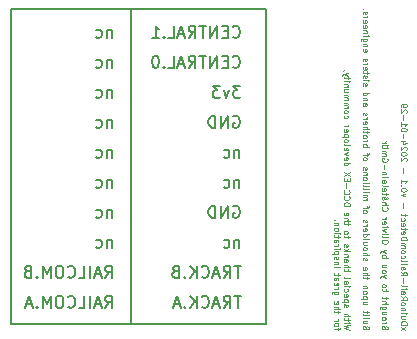
<source format=gbr>
G04 #@! TF.GenerationSoftware,KiCad,Pcbnew,8.0.0-rc2-192-gade987c101*
G04 #@! TF.CreationDate,2024-01-30T18:43:21+01:00*
G04 #@! TF.ProjectId,xDuinoRail-Breakout-RailcomDetect,78447569-6e6f-4526-9169-6c2d42726561,rev?*
G04 #@! TF.SameCoordinates,Original*
G04 #@! TF.FileFunction,Legend,Bot*
G04 #@! TF.FilePolarity,Positive*
%FSLAX46Y46*%
G04 Gerber Fmt 4.6, Leading zero omitted, Abs format (unit mm)*
G04 Created by KiCad (PCBNEW 8.0.0-rc2-192-gade987c101) date 2024-01-30 18:43:21*
%MOMM*%
%LPD*%
G01*
G04 APERTURE LIST*
%ADD10C,0.125000*%
%ADD11C,0.150000*%
G04 APERTURE END LIST*
D10*
X175882494Y-116051335D02*
X176215827Y-115789430D01*
X176215827Y-116051335D02*
X175882494Y-115789430D01*
X175882494Y-115598954D02*
X176382494Y-115598954D01*
X176382494Y-115598954D02*
X176382494Y-115479906D01*
X176382494Y-115479906D02*
X176358684Y-115408478D01*
X176358684Y-115408478D02*
X176311065Y-115360859D01*
X176311065Y-115360859D02*
X176263446Y-115337049D01*
X176263446Y-115337049D02*
X176168208Y-115313240D01*
X176168208Y-115313240D02*
X176096780Y-115313240D01*
X176096780Y-115313240D02*
X176001542Y-115337049D01*
X176001542Y-115337049D02*
X175953923Y-115360859D01*
X175953923Y-115360859D02*
X175906304Y-115408478D01*
X175906304Y-115408478D02*
X175882494Y-115479906D01*
X175882494Y-115479906D02*
X175882494Y-115598954D01*
X176215827Y-114884668D02*
X175882494Y-114884668D01*
X176215827Y-115098954D02*
X175953923Y-115098954D01*
X175953923Y-115098954D02*
X175906304Y-115075144D01*
X175906304Y-115075144D02*
X175882494Y-115027525D01*
X175882494Y-115027525D02*
X175882494Y-114956097D01*
X175882494Y-114956097D02*
X175906304Y-114908478D01*
X175906304Y-114908478D02*
X175930113Y-114884668D01*
X175882494Y-114646573D02*
X176215827Y-114646573D01*
X176382494Y-114646573D02*
X176358684Y-114670382D01*
X176358684Y-114670382D02*
X176334875Y-114646573D01*
X176334875Y-114646573D02*
X176358684Y-114622763D01*
X176358684Y-114622763D02*
X176382494Y-114646573D01*
X176382494Y-114646573D02*
X176334875Y-114646573D01*
X176215827Y-114408478D02*
X175882494Y-114408478D01*
X176168208Y-114408478D02*
X176192018Y-114384668D01*
X176192018Y-114384668D02*
X176215827Y-114337049D01*
X176215827Y-114337049D02*
X176215827Y-114265621D01*
X176215827Y-114265621D02*
X176192018Y-114218002D01*
X176192018Y-114218002D02*
X176144399Y-114194192D01*
X176144399Y-114194192D02*
X175882494Y-114194192D01*
X175882494Y-113884668D02*
X175906304Y-113932287D01*
X175906304Y-113932287D02*
X175930113Y-113956097D01*
X175930113Y-113956097D02*
X175977732Y-113979906D01*
X175977732Y-113979906D02*
X176120589Y-113979906D01*
X176120589Y-113979906D02*
X176168208Y-113956097D01*
X176168208Y-113956097D02*
X176192018Y-113932287D01*
X176192018Y-113932287D02*
X176215827Y-113884668D01*
X176215827Y-113884668D02*
X176215827Y-113813240D01*
X176215827Y-113813240D02*
X176192018Y-113765621D01*
X176192018Y-113765621D02*
X176168208Y-113741811D01*
X176168208Y-113741811D02*
X176120589Y-113718002D01*
X176120589Y-113718002D02*
X175977732Y-113718002D01*
X175977732Y-113718002D02*
X175930113Y-113741811D01*
X175930113Y-113741811D02*
X175906304Y-113765621D01*
X175906304Y-113765621D02*
X175882494Y-113813240D01*
X175882494Y-113813240D02*
X175882494Y-113884668D01*
X175882494Y-113218002D02*
X176120589Y-113384668D01*
X175882494Y-113503716D02*
X176382494Y-113503716D01*
X176382494Y-113503716D02*
X176382494Y-113313240D01*
X176382494Y-113313240D02*
X176358684Y-113265621D01*
X176358684Y-113265621D02*
X176334875Y-113241811D01*
X176334875Y-113241811D02*
X176287256Y-113218002D01*
X176287256Y-113218002D02*
X176215827Y-113218002D01*
X176215827Y-113218002D02*
X176168208Y-113241811D01*
X176168208Y-113241811D02*
X176144399Y-113265621D01*
X176144399Y-113265621D02*
X176120589Y-113313240D01*
X176120589Y-113313240D02*
X176120589Y-113503716D01*
X175882494Y-112789430D02*
X176144399Y-112789430D01*
X176144399Y-112789430D02*
X176192018Y-112813240D01*
X176192018Y-112813240D02*
X176215827Y-112860859D01*
X176215827Y-112860859D02*
X176215827Y-112956097D01*
X176215827Y-112956097D02*
X176192018Y-113003716D01*
X175906304Y-112789430D02*
X175882494Y-112837049D01*
X175882494Y-112837049D02*
X175882494Y-112956097D01*
X175882494Y-112956097D02*
X175906304Y-113003716D01*
X175906304Y-113003716D02*
X175953923Y-113027525D01*
X175953923Y-113027525D02*
X176001542Y-113027525D01*
X176001542Y-113027525D02*
X176049161Y-113003716D01*
X176049161Y-113003716D02*
X176072970Y-112956097D01*
X176072970Y-112956097D02*
X176072970Y-112837049D01*
X176072970Y-112837049D02*
X176096780Y-112789430D01*
X175882494Y-112551335D02*
X176215827Y-112551335D01*
X176382494Y-112551335D02*
X176358684Y-112575144D01*
X176358684Y-112575144D02*
X176334875Y-112551335D01*
X176334875Y-112551335D02*
X176358684Y-112527525D01*
X176358684Y-112527525D02*
X176382494Y-112551335D01*
X176382494Y-112551335D02*
X176334875Y-112551335D01*
X175882494Y-112241811D02*
X175906304Y-112289430D01*
X175906304Y-112289430D02*
X175953923Y-112313240D01*
X175953923Y-112313240D02*
X176382494Y-112313240D01*
X176072970Y-112051335D02*
X176072970Y-111670383D01*
X175882494Y-111146573D02*
X176120589Y-111313239D01*
X175882494Y-111432287D02*
X176382494Y-111432287D01*
X176382494Y-111432287D02*
X176382494Y-111241811D01*
X176382494Y-111241811D02*
X176358684Y-111194192D01*
X176358684Y-111194192D02*
X176334875Y-111170382D01*
X176334875Y-111170382D02*
X176287256Y-111146573D01*
X176287256Y-111146573D02*
X176215827Y-111146573D01*
X176215827Y-111146573D02*
X176168208Y-111170382D01*
X176168208Y-111170382D02*
X176144399Y-111194192D01*
X176144399Y-111194192D02*
X176120589Y-111241811D01*
X176120589Y-111241811D02*
X176120589Y-111432287D01*
X175882494Y-110718001D02*
X176144399Y-110718001D01*
X176144399Y-110718001D02*
X176192018Y-110741811D01*
X176192018Y-110741811D02*
X176215827Y-110789430D01*
X176215827Y-110789430D02*
X176215827Y-110884668D01*
X176215827Y-110884668D02*
X176192018Y-110932287D01*
X175906304Y-110718001D02*
X175882494Y-110765620D01*
X175882494Y-110765620D02*
X175882494Y-110884668D01*
X175882494Y-110884668D02*
X175906304Y-110932287D01*
X175906304Y-110932287D02*
X175953923Y-110956096D01*
X175953923Y-110956096D02*
X176001542Y-110956096D01*
X176001542Y-110956096D02*
X176049161Y-110932287D01*
X176049161Y-110932287D02*
X176072970Y-110884668D01*
X176072970Y-110884668D02*
X176072970Y-110765620D01*
X176072970Y-110765620D02*
X176096780Y-110718001D01*
X175882494Y-110479906D02*
X176215827Y-110479906D01*
X176382494Y-110479906D02*
X176358684Y-110503715D01*
X176358684Y-110503715D02*
X176334875Y-110479906D01*
X176334875Y-110479906D02*
X176358684Y-110456096D01*
X176358684Y-110456096D02*
X176382494Y-110479906D01*
X176382494Y-110479906D02*
X176334875Y-110479906D01*
X175882494Y-110170382D02*
X175906304Y-110218001D01*
X175906304Y-110218001D02*
X175953923Y-110241811D01*
X175953923Y-110241811D02*
X176382494Y-110241811D01*
X175906304Y-109765620D02*
X175882494Y-109813239D01*
X175882494Y-109813239D02*
X175882494Y-109908477D01*
X175882494Y-109908477D02*
X175906304Y-109956096D01*
X175906304Y-109956096D02*
X175930113Y-109979906D01*
X175930113Y-109979906D02*
X175977732Y-110003715D01*
X175977732Y-110003715D02*
X176120589Y-110003715D01*
X176120589Y-110003715D02*
X176168208Y-109979906D01*
X176168208Y-109979906D02*
X176192018Y-109956096D01*
X176192018Y-109956096D02*
X176215827Y-109908477D01*
X176215827Y-109908477D02*
X176215827Y-109813239D01*
X176215827Y-109813239D02*
X176192018Y-109765620D01*
X175882494Y-109479906D02*
X175906304Y-109527525D01*
X175906304Y-109527525D02*
X175930113Y-109551335D01*
X175930113Y-109551335D02*
X175977732Y-109575144D01*
X175977732Y-109575144D02*
X176120589Y-109575144D01*
X176120589Y-109575144D02*
X176168208Y-109551335D01*
X176168208Y-109551335D02*
X176192018Y-109527525D01*
X176192018Y-109527525D02*
X176215827Y-109479906D01*
X176215827Y-109479906D02*
X176215827Y-109408478D01*
X176215827Y-109408478D02*
X176192018Y-109360859D01*
X176192018Y-109360859D02*
X176168208Y-109337049D01*
X176168208Y-109337049D02*
X176120589Y-109313240D01*
X176120589Y-109313240D02*
X175977732Y-109313240D01*
X175977732Y-109313240D02*
X175930113Y-109337049D01*
X175930113Y-109337049D02*
X175906304Y-109360859D01*
X175906304Y-109360859D02*
X175882494Y-109408478D01*
X175882494Y-109408478D02*
X175882494Y-109479906D01*
X175882494Y-109098954D02*
X176215827Y-109098954D01*
X176168208Y-109098954D02*
X176192018Y-109075144D01*
X176192018Y-109075144D02*
X176215827Y-109027525D01*
X176215827Y-109027525D02*
X176215827Y-108956097D01*
X176215827Y-108956097D02*
X176192018Y-108908478D01*
X176192018Y-108908478D02*
X176144399Y-108884668D01*
X176144399Y-108884668D02*
X175882494Y-108884668D01*
X176144399Y-108884668D02*
X176192018Y-108860859D01*
X176192018Y-108860859D02*
X176215827Y-108813240D01*
X176215827Y-108813240D02*
X176215827Y-108741811D01*
X176215827Y-108741811D02*
X176192018Y-108694192D01*
X176192018Y-108694192D02*
X176144399Y-108670382D01*
X176144399Y-108670382D02*
X175882494Y-108670382D01*
X175882494Y-108432287D02*
X176382494Y-108432287D01*
X176382494Y-108432287D02*
X176382494Y-108313239D01*
X176382494Y-108313239D02*
X176358684Y-108241811D01*
X176358684Y-108241811D02*
X176311065Y-108194192D01*
X176311065Y-108194192D02*
X176263446Y-108170382D01*
X176263446Y-108170382D02*
X176168208Y-108146573D01*
X176168208Y-108146573D02*
X176096780Y-108146573D01*
X176096780Y-108146573D02*
X176001542Y-108170382D01*
X176001542Y-108170382D02*
X175953923Y-108194192D01*
X175953923Y-108194192D02*
X175906304Y-108241811D01*
X175906304Y-108241811D02*
X175882494Y-108313239D01*
X175882494Y-108313239D02*
X175882494Y-108432287D01*
X175906304Y-107741811D02*
X175882494Y-107789430D01*
X175882494Y-107789430D02*
X175882494Y-107884668D01*
X175882494Y-107884668D02*
X175906304Y-107932287D01*
X175906304Y-107932287D02*
X175953923Y-107956096D01*
X175953923Y-107956096D02*
X176144399Y-107956096D01*
X176144399Y-107956096D02*
X176192018Y-107932287D01*
X176192018Y-107932287D02*
X176215827Y-107884668D01*
X176215827Y-107884668D02*
X176215827Y-107789430D01*
X176215827Y-107789430D02*
X176192018Y-107741811D01*
X176192018Y-107741811D02*
X176144399Y-107718001D01*
X176144399Y-107718001D02*
X176096780Y-107718001D01*
X176096780Y-107718001D02*
X176049161Y-107956096D01*
X176215827Y-107575144D02*
X176215827Y-107384668D01*
X176382494Y-107503716D02*
X175953923Y-107503716D01*
X175953923Y-107503716D02*
X175906304Y-107479906D01*
X175906304Y-107479906D02*
X175882494Y-107432287D01*
X175882494Y-107432287D02*
X175882494Y-107384668D01*
X175906304Y-107027526D02*
X175882494Y-107075145D01*
X175882494Y-107075145D02*
X175882494Y-107170383D01*
X175882494Y-107170383D02*
X175906304Y-107218002D01*
X175906304Y-107218002D02*
X175953923Y-107241811D01*
X175953923Y-107241811D02*
X176144399Y-107241811D01*
X176144399Y-107241811D02*
X176192018Y-107218002D01*
X176192018Y-107218002D02*
X176215827Y-107170383D01*
X176215827Y-107170383D02*
X176215827Y-107075145D01*
X176215827Y-107075145D02*
X176192018Y-107027526D01*
X176192018Y-107027526D02*
X176144399Y-107003716D01*
X176144399Y-107003716D02*
X176096780Y-107003716D01*
X176096780Y-107003716D02*
X176049161Y-107241811D01*
X175906304Y-106575145D02*
X175882494Y-106622764D01*
X175882494Y-106622764D02*
X175882494Y-106718002D01*
X175882494Y-106718002D02*
X175906304Y-106765621D01*
X175906304Y-106765621D02*
X175930113Y-106789431D01*
X175930113Y-106789431D02*
X175977732Y-106813240D01*
X175977732Y-106813240D02*
X176120589Y-106813240D01*
X176120589Y-106813240D02*
X176168208Y-106789431D01*
X176168208Y-106789431D02*
X176192018Y-106765621D01*
X176192018Y-106765621D02*
X176215827Y-106718002D01*
X176215827Y-106718002D02*
X176215827Y-106622764D01*
X176215827Y-106622764D02*
X176192018Y-106575145D01*
X176215827Y-106432288D02*
X176215827Y-106241812D01*
X176382494Y-106360860D02*
X175953923Y-106360860D01*
X175953923Y-106360860D02*
X175906304Y-106337050D01*
X175906304Y-106337050D02*
X175882494Y-106289431D01*
X175882494Y-106289431D02*
X175882494Y-106241812D01*
X176072970Y-105694194D02*
X176072970Y-105313242D01*
X176215827Y-104741813D02*
X175882494Y-104622765D01*
X175882494Y-104622765D02*
X176215827Y-104503718D01*
X176382494Y-104218004D02*
X176382494Y-104170385D01*
X176382494Y-104170385D02*
X176358684Y-104122766D01*
X176358684Y-104122766D02*
X176334875Y-104098956D01*
X176334875Y-104098956D02*
X176287256Y-104075147D01*
X176287256Y-104075147D02*
X176192018Y-104051337D01*
X176192018Y-104051337D02*
X176072970Y-104051337D01*
X176072970Y-104051337D02*
X175977732Y-104075147D01*
X175977732Y-104075147D02*
X175930113Y-104098956D01*
X175930113Y-104098956D02*
X175906304Y-104122766D01*
X175906304Y-104122766D02*
X175882494Y-104170385D01*
X175882494Y-104170385D02*
X175882494Y-104218004D01*
X175882494Y-104218004D02*
X175906304Y-104265623D01*
X175906304Y-104265623D02*
X175930113Y-104289432D01*
X175930113Y-104289432D02*
X175977732Y-104313242D01*
X175977732Y-104313242D02*
X176072970Y-104337051D01*
X176072970Y-104337051D02*
X176192018Y-104337051D01*
X176192018Y-104337051D02*
X176287256Y-104313242D01*
X176287256Y-104313242D02*
X176334875Y-104289432D01*
X176334875Y-104289432D02*
X176358684Y-104265623D01*
X176358684Y-104265623D02*
X176382494Y-104218004D01*
X175930113Y-103837052D02*
X175906304Y-103813242D01*
X175906304Y-103813242D02*
X175882494Y-103837052D01*
X175882494Y-103837052D02*
X175906304Y-103860861D01*
X175906304Y-103860861D02*
X175930113Y-103837052D01*
X175930113Y-103837052D02*
X175882494Y-103837052D01*
X175882494Y-103337052D02*
X175882494Y-103622766D01*
X175882494Y-103479909D02*
X176382494Y-103479909D01*
X176382494Y-103479909D02*
X176311065Y-103527528D01*
X176311065Y-103527528D02*
X176263446Y-103575147D01*
X176263446Y-103575147D02*
X176239637Y-103622766D01*
X176072970Y-102741815D02*
X176072970Y-102360863D01*
X176334875Y-101765624D02*
X176358684Y-101741815D01*
X176358684Y-101741815D02*
X176382494Y-101694196D01*
X176382494Y-101694196D02*
X176382494Y-101575148D01*
X176382494Y-101575148D02*
X176358684Y-101527529D01*
X176358684Y-101527529D02*
X176334875Y-101503720D01*
X176334875Y-101503720D02*
X176287256Y-101479910D01*
X176287256Y-101479910D02*
X176239637Y-101479910D01*
X176239637Y-101479910D02*
X176168208Y-101503720D01*
X176168208Y-101503720D02*
X175882494Y-101789434D01*
X175882494Y-101789434D02*
X175882494Y-101479910D01*
X176382494Y-101170387D02*
X176382494Y-101122768D01*
X176382494Y-101122768D02*
X176358684Y-101075149D01*
X176358684Y-101075149D02*
X176334875Y-101051339D01*
X176334875Y-101051339D02*
X176287256Y-101027530D01*
X176287256Y-101027530D02*
X176192018Y-101003720D01*
X176192018Y-101003720D02*
X176072970Y-101003720D01*
X176072970Y-101003720D02*
X175977732Y-101027530D01*
X175977732Y-101027530D02*
X175930113Y-101051339D01*
X175930113Y-101051339D02*
X175906304Y-101075149D01*
X175906304Y-101075149D02*
X175882494Y-101122768D01*
X175882494Y-101122768D02*
X175882494Y-101170387D01*
X175882494Y-101170387D02*
X175906304Y-101218006D01*
X175906304Y-101218006D02*
X175930113Y-101241815D01*
X175930113Y-101241815D02*
X175977732Y-101265625D01*
X175977732Y-101265625D02*
X176072970Y-101289434D01*
X176072970Y-101289434D02*
X176192018Y-101289434D01*
X176192018Y-101289434D02*
X176287256Y-101265625D01*
X176287256Y-101265625D02*
X176334875Y-101241815D01*
X176334875Y-101241815D02*
X176358684Y-101218006D01*
X176358684Y-101218006D02*
X176382494Y-101170387D01*
X176334875Y-100813244D02*
X176358684Y-100789435D01*
X176358684Y-100789435D02*
X176382494Y-100741816D01*
X176382494Y-100741816D02*
X176382494Y-100622768D01*
X176382494Y-100622768D02*
X176358684Y-100575149D01*
X176358684Y-100575149D02*
X176334875Y-100551340D01*
X176334875Y-100551340D02*
X176287256Y-100527530D01*
X176287256Y-100527530D02*
X176239637Y-100527530D01*
X176239637Y-100527530D02*
X176168208Y-100551340D01*
X176168208Y-100551340D02*
X175882494Y-100837054D01*
X175882494Y-100837054D02*
X175882494Y-100527530D01*
X176215827Y-100098959D02*
X175882494Y-100098959D01*
X176406304Y-100218007D02*
X176049161Y-100337054D01*
X176049161Y-100337054D02*
X176049161Y-100027531D01*
X176072970Y-99837055D02*
X176072970Y-99456103D01*
X176382494Y-99122769D02*
X176382494Y-99075150D01*
X176382494Y-99075150D02*
X176358684Y-99027531D01*
X176358684Y-99027531D02*
X176334875Y-99003721D01*
X176334875Y-99003721D02*
X176287256Y-98979912D01*
X176287256Y-98979912D02*
X176192018Y-98956102D01*
X176192018Y-98956102D02*
X176072970Y-98956102D01*
X176072970Y-98956102D02*
X175977732Y-98979912D01*
X175977732Y-98979912D02*
X175930113Y-99003721D01*
X175930113Y-99003721D02*
X175906304Y-99027531D01*
X175906304Y-99027531D02*
X175882494Y-99075150D01*
X175882494Y-99075150D02*
X175882494Y-99122769D01*
X175882494Y-99122769D02*
X175906304Y-99170388D01*
X175906304Y-99170388D02*
X175930113Y-99194197D01*
X175930113Y-99194197D02*
X175977732Y-99218007D01*
X175977732Y-99218007D02*
X176072970Y-99241816D01*
X176072970Y-99241816D02*
X176192018Y-99241816D01*
X176192018Y-99241816D02*
X176287256Y-99218007D01*
X176287256Y-99218007D02*
X176334875Y-99194197D01*
X176334875Y-99194197D02*
X176358684Y-99170388D01*
X176358684Y-99170388D02*
X176382494Y-99122769D01*
X175882494Y-98479912D02*
X175882494Y-98765626D01*
X175882494Y-98622769D02*
X176382494Y-98622769D01*
X176382494Y-98622769D02*
X176311065Y-98670388D01*
X176311065Y-98670388D02*
X176263446Y-98718007D01*
X176263446Y-98718007D02*
X176239637Y-98765626D01*
X176072970Y-98265627D02*
X176072970Y-97884675D01*
X176334875Y-97670388D02*
X176358684Y-97646579D01*
X176358684Y-97646579D02*
X176382494Y-97598960D01*
X176382494Y-97598960D02*
X176382494Y-97479912D01*
X176382494Y-97479912D02*
X176358684Y-97432293D01*
X176358684Y-97432293D02*
X176334875Y-97408484D01*
X176334875Y-97408484D02*
X176287256Y-97384674D01*
X176287256Y-97384674D02*
X176239637Y-97384674D01*
X176239637Y-97384674D02*
X176168208Y-97408484D01*
X176168208Y-97408484D02*
X175882494Y-97694198D01*
X175882494Y-97694198D02*
X175882494Y-97384674D01*
X175882494Y-97146579D02*
X175882494Y-97051341D01*
X175882494Y-97051341D02*
X175906304Y-97003722D01*
X175906304Y-97003722D02*
X175930113Y-96979913D01*
X175930113Y-96979913D02*
X176001542Y-96932294D01*
X176001542Y-96932294D02*
X176096780Y-96908484D01*
X176096780Y-96908484D02*
X176287256Y-96908484D01*
X176287256Y-96908484D02*
X176334875Y-96932294D01*
X176334875Y-96932294D02*
X176358684Y-96956103D01*
X176358684Y-96956103D02*
X176382494Y-97003722D01*
X176382494Y-97003722D02*
X176382494Y-97098960D01*
X176382494Y-97098960D02*
X176358684Y-97146579D01*
X176358684Y-97146579D02*
X176334875Y-97170389D01*
X176334875Y-97170389D02*
X176287256Y-97194198D01*
X176287256Y-97194198D02*
X176168208Y-97194198D01*
X176168208Y-97194198D02*
X176120589Y-97170389D01*
X176120589Y-97170389D02*
X176096780Y-97146579D01*
X176096780Y-97146579D02*
X176072970Y-97098960D01*
X176072970Y-97098960D02*
X176072970Y-97003722D01*
X176072970Y-97003722D02*
X176096780Y-96956103D01*
X176096780Y-96956103D02*
X176120589Y-96932294D01*
X176120589Y-96932294D02*
X176168208Y-96908484D01*
X174534455Y-115837049D02*
X174510645Y-115765621D01*
X174510645Y-115765621D02*
X174486836Y-115741811D01*
X174486836Y-115741811D02*
X174439217Y-115718002D01*
X174439217Y-115718002D02*
X174367788Y-115718002D01*
X174367788Y-115718002D02*
X174320169Y-115741811D01*
X174320169Y-115741811D02*
X174296360Y-115765621D01*
X174296360Y-115765621D02*
X174272550Y-115813240D01*
X174272550Y-115813240D02*
X174272550Y-116003716D01*
X174272550Y-116003716D02*
X174772550Y-116003716D01*
X174772550Y-116003716D02*
X174772550Y-115837049D01*
X174772550Y-115837049D02*
X174748740Y-115789430D01*
X174748740Y-115789430D02*
X174724931Y-115765621D01*
X174724931Y-115765621D02*
X174677312Y-115741811D01*
X174677312Y-115741811D02*
X174629693Y-115741811D01*
X174629693Y-115741811D02*
X174582074Y-115765621D01*
X174582074Y-115765621D02*
X174558264Y-115789430D01*
X174558264Y-115789430D02*
X174534455Y-115837049D01*
X174534455Y-115837049D02*
X174534455Y-116003716D01*
X174272550Y-115503716D02*
X174605883Y-115503716D01*
X174510645Y-115503716D02*
X174558264Y-115479906D01*
X174558264Y-115479906D02*
X174582074Y-115456097D01*
X174582074Y-115456097D02*
X174605883Y-115408478D01*
X174605883Y-115408478D02*
X174605883Y-115360859D01*
X174272550Y-115122763D02*
X174296360Y-115170382D01*
X174296360Y-115170382D02*
X174320169Y-115194192D01*
X174320169Y-115194192D02*
X174367788Y-115218001D01*
X174367788Y-115218001D02*
X174510645Y-115218001D01*
X174510645Y-115218001D02*
X174558264Y-115194192D01*
X174558264Y-115194192D02*
X174582074Y-115170382D01*
X174582074Y-115170382D02*
X174605883Y-115122763D01*
X174605883Y-115122763D02*
X174605883Y-115051335D01*
X174605883Y-115051335D02*
X174582074Y-115003716D01*
X174582074Y-115003716D02*
X174558264Y-114979906D01*
X174558264Y-114979906D02*
X174510645Y-114956097D01*
X174510645Y-114956097D02*
X174367788Y-114956097D01*
X174367788Y-114956097D02*
X174320169Y-114979906D01*
X174320169Y-114979906D02*
X174296360Y-115003716D01*
X174296360Y-115003716D02*
X174272550Y-115051335D01*
X174272550Y-115051335D02*
X174272550Y-115122763D01*
X174605883Y-114527525D02*
X174272550Y-114527525D01*
X174605883Y-114741811D02*
X174343979Y-114741811D01*
X174343979Y-114741811D02*
X174296360Y-114718001D01*
X174296360Y-114718001D02*
X174272550Y-114670382D01*
X174272550Y-114670382D02*
X174272550Y-114598954D01*
X174272550Y-114598954D02*
X174296360Y-114551335D01*
X174296360Y-114551335D02*
X174320169Y-114527525D01*
X174605883Y-114075144D02*
X174201121Y-114075144D01*
X174201121Y-114075144D02*
X174153502Y-114098954D01*
X174153502Y-114098954D02*
X174129693Y-114122763D01*
X174129693Y-114122763D02*
X174105883Y-114170382D01*
X174105883Y-114170382D02*
X174105883Y-114241811D01*
X174105883Y-114241811D02*
X174129693Y-114289430D01*
X174296360Y-114075144D02*
X174272550Y-114122763D01*
X174272550Y-114122763D02*
X174272550Y-114218001D01*
X174272550Y-114218001D02*
X174296360Y-114265620D01*
X174296360Y-114265620D02*
X174320169Y-114289430D01*
X174320169Y-114289430D02*
X174367788Y-114313239D01*
X174367788Y-114313239D02*
X174510645Y-114313239D01*
X174510645Y-114313239D02*
X174558264Y-114289430D01*
X174558264Y-114289430D02*
X174582074Y-114265620D01*
X174582074Y-114265620D02*
X174605883Y-114218001D01*
X174605883Y-114218001D02*
X174605883Y-114122763D01*
X174605883Y-114122763D02*
X174582074Y-114075144D01*
X174272550Y-113837049D02*
X174772550Y-113837049D01*
X174272550Y-113622763D02*
X174534455Y-113622763D01*
X174534455Y-113622763D02*
X174582074Y-113646573D01*
X174582074Y-113646573D02*
X174605883Y-113694192D01*
X174605883Y-113694192D02*
X174605883Y-113765620D01*
X174605883Y-113765620D02*
X174582074Y-113813239D01*
X174582074Y-113813239D02*
X174558264Y-113837049D01*
X174605883Y-113456096D02*
X174605883Y-113265620D01*
X174772550Y-113384668D02*
X174343979Y-113384668D01*
X174343979Y-113384668D02*
X174296360Y-113360858D01*
X174296360Y-113360858D02*
X174272550Y-113313239D01*
X174272550Y-113313239D02*
X174272550Y-113265620D01*
X174605883Y-112789430D02*
X174605883Y-112598954D01*
X174772550Y-112718002D02*
X174343979Y-112718002D01*
X174343979Y-112718002D02*
X174296360Y-112694192D01*
X174296360Y-112694192D02*
X174272550Y-112646573D01*
X174272550Y-112646573D02*
X174272550Y-112598954D01*
X174272550Y-112360859D02*
X174296360Y-112408478D01*
X174296360Y-112408478D02*
X174320169Y-112432288D01*
X174320169Y-112432288D02*
X174367788Y-112456097D01*
X174367788Y-112456097D02*
X174510645Y-112456097D01*
X174510645Y-112456097D02*
X174558264Y-112432288D01*
X174558264Y-112432288D02*
X174582074Y-112408478D01*
X174582074Y-112408478D02*
X174605883Y-112360859D01*
X174605883Y-112360859D02*
X174605883Y-112289431D01*
X174605883Y-112289431D02*
X174582074Y-112241812D01*
X174582074Y-112241812D02*
X174558264Y-112218002D01*
X174558264Y-112218002D02*
X174510645Y-112194193D01*
X174510645Y-112194193D02*
X174367788Y-112194193D01*
X174367788Y-112194193D02*
X174320169Y-112218002D01*
X174320169Y-112218002D02*
X174296360Y-112241812D01*
X174296360Y-112241812D02*
X174272550Y-112289431D01*
X174272550Y-112289431D02*
X174272550Y-112360859D01*
X174605883Y-111646574D02*
X174272550Y-111527526D01*
X174605883Y-111408479D02*
X174272550Y-111527526D01*
X174272550Y-111527526D02*
X174153502Y-111575145D01*
X174153502Y-111575145D02*
X174129693Y-111598955D01*
X174129693Y-111598955D02*
X174105883Y-111646574D01*
X174272550Y-111146574D02*
X174296360Y-111194193D01*
X174296360Y-111194193D02*
X174320169Y-111218003D01*
X174320169Y-111218003D02*
X174367788Y-111241812D01*
X174367788Y-111241812D02*
X174510645Y-111241812D01*
X174510645Y-111241812D02*
X174558264Y-111218003D01*
X174558264Y-111218003D02*
X174582074Y-111194193D01*
X174582074Y-111194193D02*
X174605883Y-111146574D01*
X174605883Y-111146574D02*
X174605883Y-111075146D01*
X174605883Y-111075146D02*
X174582074Y-111027527D01*
X174582074Y-111027527D02*
X174558264Y-111003717D01*
X174558264Y-111003717D02*
X174510645Y-110979908D01*
X174510645Y-110979908D02*
X174367788Y-110979908D01*
X174367788Y-110979908D02*
X174320169Y-111003717D01*
X174320169Y-111003717D02*
X174296360Y-111027527D01*
X174296360Y-111027527D02*
X174272550Y-111075146D01*
X174272550Y-111075146D02*
X174272550Y-111146574D01*
X174605883Y-110551336D02*
X174272550Y-110551336D01*
X174605883Y-110765622D02*
X174343979Y-110765622D01*
X174343979Y-110765622D02*
X174296360Y-110741812D01*
X174296360Y-110741812D02*
X174272550Y-110694193D01*
X174272550Y-110694193D02*
X174272550Y-110622765D01*
X174272550Y-110622765D02*
X174296360Y-110575146D01*
X174296360Y-110575146D02*
X174320169Y-110551336D01*
X174272550Y-109932289D02*
X174772550Y-109932289D01*
X174582074Y-109932289D02*
X174605883Y-109884670D01*
X174605883Y-109884670D02*
X174605883Y-109789432D01*
X174605883Y-109789432D02*
X174582074Y-109741813D01*
X174582074Y-109741813D02*
X174558264Y-109718003D01*
X174558264Y-109718003D02*
X174510645Y-109694194D01*
X174510645Y-109694194D02*
X174367788Y-109694194D01*
X174367788Y-109694194D02*
X174320169Y-109718003D01*
X174320169Y-109718003D02*
X174296360Y-109741813D01*
X174296360Y-109741813D02*
X174272550Y-109789432D01*
X174272550Y-109789432D02*
X174272550Y-109884670D01*
X174272550Y-109884670D02*
X174296360Y-109932289D01*
X174605883Y-109527527D02*
X174272550Y-109408479D01*
X174605883Y-109289432D02*
X174272550Y-109408479D01*
X174272550Y-109408479D02*
X174153502Y-109456098D01*
X174153502Y-109456098D02*
X174129693Y-109479908D01*
X174129693Y-109479908D02*
X174105883Y-109527527D01*
X174772550Y-108622766D02*
X174772550Y-108527528D01*
X174772550Y-108527528D02*
X174748740Y-108479909D01*
X174748740Y-108479909D02*
X174701121Y-108432290D01*
X174701121Y-108432290D02*
X174605883Y-108408480D01*
X174605883Y-108408480D02*
X174439217Y-108408480D01*
X174439217Y-108408480D02*
X174343979Y-108432290D01*
X174343979Y-108432290D02*
X174296360Y-108479909D01*
X174296360Y-108479909D02*
X174272550Y-108527528D01*
X174272550Y-108527528D02*
X174272550Y-108622766D01*
X174272550Y-108622766D02*
X174296360Y-108670385D01*
X174296360Y-108670385D02*
X174343979Y-108718004D01*
X174343979Y-108718004D02*
X174439217Y-108741813D01*
X174439217Y-108741813D02*
X174605883Y-108741813D01*
X174605883Y-108741813D02*
X174701121Y-108718004D01*
X174701121Y-108718004D02*
X174748740Y-108670385D01*
X174748740Y-108670385D02*
X174772550Y-108622766D01*
X174272550Y-108122765D02*
X174296360Y-108170384D01*
X174296360Y-108170384D02*
X174343979Y-108194194D01*
X174343979Y-108194194D02*
X174772550Y-108194194D01*
X174272550Y-107932289D02*
X174605883Y-107932289D01*
X174772550Y-107932289D02*
X174748740Y-107956098D01*
X174748740Y-107956098D02*
X174724931Y-107932289D01*
X174724931Y-107932289D02*
X174748740Y-107908479D01*
X174748740Y-107908479D02*
X174772550Y-107932289D01*
X174772550Y-107932289D02*
X174724931Y-107932289D01*
X174605883Y-107741813D02*
X174272550Y-107622765D01*
X174272550Y-107622765D02*
X174605883Y-107503718D01*
X174272550Y-107313242D02*
X174605883Y-107313242D01*
X174772550Y-107313242D02*
X174748740Y-107337051D01*
X174748740Y-107337051D02*
X174724931Y-107313242D01*
X174724931Y-107313242D02*
X174748740Y-107289432D01*
X174748740Y-107289432D02*
X174772550Y-107313242D01*
X174772550Y-107313242D02*
X174724931Y-107313242D01*
X174296360Y-106884671D02*
X174272550Y-106932290D01*
X174272550Y-106932290D02*
X174272550Y-107027528D01*
X174272550Y-107027528D02*
X174296360Y-107075147D01*
X174296360Y-107075147D02*
X174343979Y-107098956D01*
X174343979Y-107098956D02*
X174534455Y-107098956D01*
X174534455Y-107098956D02*
X174582074Y-107075147D01*
X174582074Y-107075147D02*
X174605883Y-107027528D01*
X174605883Y-107027528D02*
X174605883Y-106932290D01*
X174605883Y-106932290D02*
X174582074Y-106884671D01*
X174582074Y-106884671D02*
X174534455Y-106860861D01*
X174534455Y-106860861D02*
X174486836Y-106860861D01*
X174486836Y-106860861D02*
X174439217Y-107098956D01*
X174272550Y-106646576D02*
X174605883Y-106646576D01*
X174510645Y-106646576D02*
X174558264Y-106622766D01*
X174558264Y-106622766D02*
X174582074Y-106598957D01*
X174582074Y-106598957D02*
X174605883Y-106551338D01*
X174605883Y-106551338D02*
X174605883Y-106503719D01*
X174320169Y-105670386D02*
X174296360Y-105694195D01*
X174296360Y-105694195D02*
X174272550Y-105765624D01*
X174272550Y-105765624D02*
X174272550Y-105813243D01*
X174272550Y-105813243D02*
X174296360Y-105884671D01*
X174296360Y-105884671D02*
X174343979Y-105932290D01*
X174343979Y-105932290D02*
X174391598Y-105956100D01*
X174391598Y-105956100D02*
X174486836Y-105979909D01*
X174486836Y-105979909D02*
X174558264Y-105979909D01*
X174558264Y-105979909D02*
X174653502Y-105956100D01*
X174653502Y-105956100D02*
X174701121Y-105932290D01*
X174701121Y-105932290D02*
X174748740Y-105884671D01*
X174748740Y-105884671D02*
X174772550Y-105813243D01*
X174772550Y-105813243D02*
X174772550Y-105765624D01*
X174772550Y-105765624D02*
X174748740Y-105694195D01*
X174748740Y-105694195D02*
X174724931Y-105670386D01*
X174272550Y-105456100D02*
X174772550Y-105456100D01*
X174272550Y-105241814D02*
X174534455Y-105241814D01*
X174534455Y-105241814D02*
X174582074Y-105265624D01*
X174582074Y-105265624D02*
X174605883Y-105313243D01*
X174605883Y-105313243D02*
X174605883Y-105384671D01*
X174605883Y-105384671D02*
X174582074Y-105432290D01*
X174582074Y-105432290D02*
X174558264Y-105456100D01*
X174272550Y-104789433D02*
X174534455Y-104789433D01*
X174534455Y-104789433D02*
X174582074Y-104813243D01*
X174582074Y-104813243D02*
X174605883Y-104860862D01*
X174605883Y-104860862D02*
X174605883Y-104956100D01*
X174605883Y-104956100D02*
X174582074Y-105003719D01*
X174296360Y-104789433D02*
X174272550Y-104837052D01*
X174272550Y-104837052D02*
X174272550Y-104956100D01*
X174272550Y-104956100D02*
X174296360Y-105003719D01*
X174296360Y-105003719D02*
X174343979Y-105027528D01*
X174343979Y-105027528D02*
X174391598Y-105027528D01*
X174391598Y-105027528D02*
X174439217Y-105003719D01*
X174439217Y-105003719D02*
X174463026Y-104956100D01*
X174463026Y-104956100D02*
X174463026Y-104837052D01*
X174463026Y-104837052D02*
X174486836Y-104789433D01*
X174724931Y-105003719D02*
X174796360Y-104908481D01*
X174796360Y-104908481D02*
X174724931Y-104813243D01*
X174605883Y-104622766D02*
X174605883Y-104432290D01*
X174772550Y-104551338D02*
X174343979Y-104551338D01*
X174343979Y-104551338D02*
X174296360Y-104527528D01*
X174296360Y-104527528D02*
X174272550Y-104479909D01*
X174272550Y-104479909D02*
X174272550Y-104432290D01*
X174296360Y-104075148D02*
X174272550Y-104122767D01*
X174272550Y-104122767D02*
X174272550Y-104218005D01*
X174272550Y-104218005D02*
X174296360Y-104265624D01*
X174296360Y-104265624D02*
X174343979Y-104289433D01*
X174343979Y-104289433D02*
X174534455Y-104289433D01*
X174534455Y-104289433D02*
X174582074Y-104265624D01*
X174582074Y-104265624D02*
X174605883Y-104218005D01*
X174605883Y-104218005D02*
X174605883Y-104122767D01*
X174605883Y-104122767D02*
X174582074Y-104075148D01*
X174582074Y-104075148D02*
X174534455Y-104051338D01*
X174534455Y-104051338D02*
X174486836Y-104051338D01*
X174486836Y-104051338D02*
X174439217Y-104289433D01*
X174272550Y-103765624D02*
X174296360Y-103813243D01*
X174296360Y-103813243D02*
X174343979Y-103837053D01*
X174343979Y-103837053D02*
X174772550Y-103837053D01*
X174272550Y-103360862D02*
X174534455Y-103360862D01*
X174534455Y-103360862D02*
X174582074Y-103384672D01*
X174582074Y-103384672D02*
X174605883Y-103432291D01*
X174605883Y-103432291D02*
X174605883Y-103527529D01*
X174605883Y-103527529D02*
X174582074Y-103575148D01*
X174296360Y-103360862D02*
X174272550Y-103408481D01*
X174272550Y-103408481D02*
X174272550Y-103527529D01*
X174272550Y-103527529D02*
X174296360Y-103575148D01*
X174296360Y-103575148D02*
X174343979Y-103598957D01*
X174343979Y-103598957D02*
X174391598Y-103598957D01*
X174391598Y-103598957D02*
X174439217Y-103575148D01*
X174439217Y-103575148D02*
X174463026Y-103527529D01*
X174463026Y-103527529D02*
X174463026Y-103408481D01*
X174463026Y-103408481D02*
X174486836Y-103360862D01*
X174272550Y-103122767D02*
X174605883Y-103122767D01*
X174772550Y-103122767D02*
X174748740Y-103146576D01*
X174748740Y-103146576D02*
X174724931Y-103122767D01*
X174724931Y-103122767D02*
X174748740Y-103098957D01*
X174748740Y-103098957D02*
X174772550Y-103122767D01*
X174772550Y-103122767D02*
X174724931Y-103122767D01*
X174605883Y-102884672D02*
X174272550Y-102884672D01*
X174558264Y-102884672D02*
X174582074Y-102860862D01*
X174582074Y-102860862D02*
X174605883Y-102813243D01*
X174605883Y-102813243D02*
X174605883Y-102741815D01*
X174605883Y-102741815D02*
X174582074Y-102694196D01*
X174582074Y-102694196D02*
X174534455Y-102670386D01*
X174534455Y-102670386D02*
X174272550Y-102670386D01*
X174463026Y-102432291D02*
X174463026Y-102051339D01*
X174748740Y-101551338D02*
X174772550Y-101598957D01*
X174772550Y-101598957D02*
X174772550Y-101670386D01*
X174772550Y-101670386D02*
X174748740Y-101741814D01*
X174748740Y-101741814D02*
X174701121Y-101789433D01*
X174701121Y-101789433D02*
X174653502Y-101813243D01*
X174653502Y-101813243D02*
X174558264Y-101837052D01*
X174558264Y-101837052D02*
X174486836Y-101837052D01*
X174486836Y-101837052D02*
X174391598Y-101813243D01*
X174391598Y-101813243D02*
X174343979Y-101789433D01*
X174343979Y-101789433D02*
X174296360Y-101741814D01*
X174296360Y-101741814D02*
X174272550Y-101670386D01*
X174272550Y-101670386D02*
X174272550Y-101622767D01*
X174272550Y-101622767D02*
X174296360Y-101551338D01*
X174296360Y-101551338D02*
X174320169Y-101527529D01*
X174320169Y-101527529D02*
X174486836Y-101527529D01*
X174486836Y-101527529D02*
X174486836Y-101622767D01*
X174272550Y-101313243D02*
X174605883Y-101313243D01*
X174558264Y-101313243D02*
X174582074Y-101289433D01*
X174582074Y-101289433D02*
X174605883Y-101241814D01*
X174605883Y-101241814D02*
X174605883Y-101170386D01*
X174605883Y-101170386D02*
X174582074Y-101122767D01*
X174582074Y-101122767D02*
X174534455Y-101098957D01*
X174534455Y-101098957D02*
X174272550Y-101098957D01*
X174534455Y-101098957D02*
X174582074Y-101075148D01*
X174582074Y-101075148D02*
X174605883Y-101027529D01*
X174605883Y-101027529D02*
X174605883Y-100956100D01*
X174605883Y-100956100D02*
X174582074Y-100908481D01*
X174582074Y-100908481D02*
X174534455Y-100884671D01*
X174534455Y-100884671D02*
X174272550Y-100884671D01*
X174605883Y-100432290D02*
X174272550Y-100432290D01*
X174605883Y-100646576D02*
X174343979Y-100646576D01*
X174343979Y-100646576D02*
X174296360Y-100622766D01*
X174296360Y-100622766D02*
X174272550Y-100575147D01*
X174272550Y-100575147D02*
X174272550Y-100503719D01*
X174272550Y-100503719D02*
X174296360Y-100456100D01*
X174296360Y-100456100D02*
X174320169Y-100432290D01*
X174772550Y-100622766D02*
X174748740Y-100598957D01*
X174748740Y-100598957D02*
X174724931Y-100622766D01*
X174724931Y-100622766D02*
X174748740Y-100646576D01*
X174748740Y-100646576D02*
X174772550Y-100622766D01*
X174772550Y-100622766D02*
X174724931Y-100622766D01*
X174772550Y-100432290D02*
X174748740Y-100408481D01*
X174748740Y-100408481D02*
X174724931Y-100432290D01*
X174724931Y-100432290D02*
X174748740Y-100456100D01*
X174748740Y-100456100D02*
X174772550Y-100432290D01*
X174772550Y-100432290D02*
X174724931Y-100432290D01*
X174272550Y-100194195D02*
X174605883Y-100194195D01*
X174510645Y-100194195D02*
X174558264Y-100170385D01*
X174558264Y-100170385D02*
X174582074Y-100146576D01*
X174582074Y-100146576D02*
X174605883Y-100098957D01*
X174605883Y-100098957D02*
X174605883Y-100051338D01*
X172924511Y-115837049D02*
X172900701Y-115765621D01*
X172900701Y-115765621D02*
X172876892Y-115741811D01*
X172876892Y-115741811D02*
X172829273Y-115718002D01*
X172829273Y-115718002D02*
X172757844Y-115718002D01*
X172757844Y-115718002D02*
X172710225Y-115741811D01*
X172710225Y-115741811D02*
X172686416Y-115765621D01*
X172686416Y-115765621D02*
X172662606Y-115813240D01*
X172662606Y-115813240D02*
X172662606Y-116003716D01*
X172662606Y-116003716D02*
X173162606Y-116003716D01*
X173162606Y-116003716D02*
X173162606Y-115837049D01*
X173162606Y-115837049D02*
X173138796Y-115789430D01*
X173138796Y-115789430D02*
X173114987Y-115765621D01*
X173114987Y-115765621D02*
X173067368Y-115741811D01*
X173067368Y-115741811D02*
X173019749Y-115741811D01*
X173019749Y-115741811D02*
X172972130Y-115765621D01*
X172972130Y-115765621D02*
X172948320Y-115789430D01*
X172948320Y-115789430D02*
X172924511Y-115837049D01*
X172924511Y-115837049D02*
X172924511Y-116003716D01*
X172995939Y-115289430D02*
X172662606Y-115289430D01*
X172995939Y-115503716D02*
X172734035Y-115503716D01*
X172734035Y-115503716D02*
X172686416Y-115479906D01*
X172686416Y-115479906D02*
X172662606Y-115432287D01*
X172662606Y-115432287D02*
X172662606Y-115360859D01*
X172662606Y-115360859D02*
X172686416Y-115313240D01*
X172686416Y-115313240D02*
X172710225Y-115289430D01*
X172662606Y-115051335D02*
X172995939Y-115051335D01*
X173162606Y-115051335D02*
X173138796Y-115075144D01*
X173138796Y-115075144D02*
X173114987Y-115051335D01*
X173114987Y-115051335D02*
X173138796Y-115027525D01*
X173138796Y-115027525D02*
X173162606Y-115051335D01*
X173162606Y-115051335D02*
X173114987Y-115051335D01*
X172662606Y-114741811D02*
X172686416Y-114789430D01*
X172686416Y-114789430D02*
X172734035Y-114813240D01*
X172734035Y-114813240D02*
X173162606Y-114813240D01*
X172995939Y-114622763D02*
X172995939Y-114432287D01*
X173162606Y-114551335D02*
X172734035Y-114551335D01*
X172734035Y-114551335D02*
X172686416Y-114527525D01*
X172686416Y-114527525D02*
X172662606Y-114479906D01*
X172662606Y-114479906D02*
X172662606Y-114432287D01*
X172995939Y-113670383D02*
X172662606Y-113670383D01*
X172995939Y-113884669D02*
X172734035Y-113884669D01*
X172734035Y-113884669D02*
X172686416Y-113860859D01*
X172686416Y-113860859D02*
X172662606Y-113813240D01*
X172662606Y-113813240D02*
X172662606Y-113741812D01*
X172662606Y-113741812D02*
X172686416Y-113694193D01*
X172686416Y-113694193D02*
X172710225Y-113670383D01*
X172995939Y-113432288D02*
X172495939Y-113432288D01*
X172972130Y-113432288D02*
X172995939Y-113384669D01*
X172995939Y-113384669D02*
X172995939Y-113289431D01*
X172995939Y-113289431D02*
X172972130Y-113241812D01*
X172972130Y-113241812D02*
X172948320Y-113218002D01*
X172948320Y-113218002D02*
X172900701Y-113194193D01*
X172900701Y-113194193D02*
X172757844Y-113194193D01*
X172757844Y-113194193D02*
X172710225Y-113218002D01*
X172710225Y-113218002D02*
X172686416Y-113241812D01*
X172686416Y-113241812D02*
X172662606Y-113289431D01*
X172662606Y-113289431D02*
X172662606Y-113384669D01*
X172662606Y-113384669D02*
X172686416Y-113432288D01*
X172662606Y-112908478D02*
X172686416Y-112956097D01*
X172686416Y-112956097D02*
X172710225Y-112979907D01*
X172710225Y-112979907D02*
X172757844Y-113003716D01*
X172757844Y-113003716D02*
X172900701Y-113003716D01*
X172900701Y-113003716D02*
X172948320Y-112979907D01*
X172948320Y-112979907D02*
X172972130Y-112956097D01*
X172972130Y-112956097D02*
X172995939Y-112908478D01*
X172995939Y-112908478D02*
X172995939Y-112837050D01*
X172995939Y-112837050D02*
X172972130Y-112789431D01*
X172972130Y-112789431D02*
X172948320Y-112765621D01*
X172948320Y-112765621D02*
X172900701Y-112741812D01*
X172900701Y-112741812D02*
X172757844Y-112741812D01*
X172757844Y-112741812D02*
X172710225Y-112765621D01*
X172710225Y-112765621D02*
X172686416Y-112789431D01*
X172686416Y-112789431D02*
X172662606Y-112837050D01*
X172662606Y-112837050D02*
X172662606Y-112908478D01*
X172995939Y-112527526D02*
X172662606Y-112527526D01*
X172948320Y-112527526D02*
X172972130Y-112503716D01*
X172972130Y-112503716D02*
X172995939Y-112456097D01*
X172995939Y-112456097D02*
X172995939Y-112384669D01*
X172995939Y-112384669D02*
X172972130Y-112337050D01*
X172972130Y-112337050D02*
X172924511Y-112313240D01*
X172924511Y-112313240D02*
X172662606Y-112313240D01*
X172995939Y-111765621D02*
X172995939Y-111575145D01*
X173162606Y-111694193D02*
X172734035Y-111694193D01*
X172734035Y-111694193D02*
X172686416Y-111670383D01*
X172686416Y-111670383D02*
X172662606Y-111622764D01*
X172662606Y-111622764D02*
X172662606Y-111575145D01*
X172662606Y-111408479D02*
X173162606Y-111408479D01*
X172662606Y-111194193D02*
X172924511Y-111194193D01*
X172924511Y-111194193D02*
X172972130Y-111218003D01*
X172972130Y-111218003D02*
X172995939Y-111265622D01*
X172995939Y-111265622D02*
X172995939Y-111337050D01*
X172995939Y-111337050D02*
X172972130Y-111384669D01*
X172972130Y-111384669D02*
X172948320Y-111408479D01*
X172686416Y-110765622D02*
X172662606Y-110813241D01*
X172662606Y-110813241D02*
X172662606Y-110908479D01*
X172662606Y-110908479D02*
X172686416Y-110956098D01*
X172686416Y-110956098D02*
X172734035Y-110979907D01*
X172734035Y-110979907D02*
X172924511Y-110979907D01*
X172924511Y-110979907D02*
X172972130Y-110956098D01*
X172972130Y-110956098D02*
X172995939Y-110908479D01*
X172995939Y-110908479D02*
X172995939Y-110813241D01*
X172995939Y-110813241D02*
X172972130Y-110765622D01*
X172972130Y-110765622D02*
X172924511Y-110741812D01*
X172924511Y-110741812D02*
X172876892Y-110741812D01*
X172876892Y-110741812D02*
X172829273Y-110979907D01*
X172686416Y-110170384D02*
X172662606Y-110122765D01*
X172662606Y-110122765D02*
X172662606Y-110027527D01*
X172662606Y-110027527D02*
X172686416Y-109979908D01*
X172686416Y-109979908D02*
X172734035Y-109956099D01*
X172734035Y-109956099D02*
X172757844Y-109956099D01*
X172757844Y-109956099D02*
X172805463Y-109979908D01*
X172805463Y-109979908D02*
X172829273Y-110027527D01*
X172829273Y-110027527D02*
X172829273Y-110098956D01*
X172829273Y-110098956D02*
X172853082Y-110146575D01*
X172853082Y-110146575D02*
X172900701Y-110170384D01*
X172900701Y-110170384D02*
X172924511Y-110170384D01*
X172924511Y-110170384D02*
X172972130Y-110146575D01*
X172972130Y-110146575D02*
X172995939Y-110098956D01*
X172995939Y-110098956D02*
X172995939Y-110027527D01*
X172995939Y-110027527D02*
X172972130Y-109979908D01*
X172662606Y-109741813D02*
X173162606Y-109741813D01*
X172662606Y-109527527D02*
X172924511Y-109527527D01*
X172924511Y-109527527D02*
X172972130Y-109551337D01*
X172972130Y-109551337D02*
X172995939Y-109598956D01*
X172995939Y-109598956D02*
X172995939Y-109670384D01*
X172995939Y-109670384D02*
X172972130Y-109718003D01*
X172972130Y-109718003D02*
X172948320Y-109741813D01*
X172662606Y-109218003D02*
X172686416Y-109265622D01*
X172686416Y-109265622D02*
X172710225Y-109289432D01*
X172710225Y-109289432D02*
X172757844Y-109313241D01*
X172757844Y-109313241D02*
X172900701Y-109313241D01*
X172900701Y-109313241D02*
X172948320Y-109289432D01*
X172948320Y-109289432D02*
X172972130Y-109265622D01*
X172972130Y-109265622D02*
X172995939Y-109218003D01*
X172995939Y-109218003D02*
X172995939Y-109146575D01*
X172995939Y-109146575D02*
X172972130Y-109098956D01*
X172972130Y-109098956D02*
X172948320Y-109075146D01*
X172948320Y-109075146D02*
X172900701Y-109051337D01*
X172900701Y-109051337D02*
X172757844Y-109051337D01*
X172757844Y-109051337D02*
X172710225Y-109075146D01*
X172710225Y-109075146D02*
X172686416Y-109098956D01*
X172686416Y-109098956D02*
X172662606Y-109146575D01*
X172662606Y-109146575D02*
X172662606Y-109218003D01*
X172995939Y-108622765D02*
X172662606Y-108622765D01*
X172995939Y-108837051D02*
X172734035Y-108837051D01*
X172734035Y-108837051D02*
X172686416Y-108813241D01*
X172686416Y-108813241D02*
X172662606Y-108765622D01*
X172662606Y-108765622D02*
X172662606Y-108694194D01*
X172662606Y-108694194D02*
X172686416Y-108646575D01*
X172686416Y-108646575D02*
X172710225Y-108622765D01*
X172662606Y-108313241D02*
X172686416Y-108360860D01*
X172686416Y-108360860D02*
X172734035Y-108384670D01*
X172734035Y-108384670D02*
X173162606Y-108384670D01*
X172662606Y-107908479D02*
X173162606Y-107908479D01*
X172686416Y-107908479D02*
X172662606Y-107956098D01*
X172662606Y-107956098D02*
X172662606Y-108051336D01*
X172662606Y-108051336D02*
X172686416Y-108098955D01*
X172686416Y-108098955D02*
X172710225Y-108122765D01*
X172710225Y-108122765D02*
X172757844Y-108146574D01*
X172757844Y-108146574D02*
X172900701Y-108146574D01*
X172900701Y-108146574D02*
X172948320Y-108122765D01*
X172948320Y-108122765D02*
X172972130Y-108098955D01*
X172972130Y-108098955D02*
X172995939Y-108051336D01*
X172995939Y-108051336D02*
X172995939Y-107956098D01*
X172995939Y-107956098D02*
X172972130Y-107908479D01*
X172686416Y-107479908D02*
X172662606Y-107527527D01*
X172662606Y-107527527D02*
X172662606Y-107622765D01*
X172662606Y-107622765D02*
X172686416Y-107670384D01*
X172686416Y-107670384D02*
X172734035Y-107694193D01*
X172734035Y-107694193D02*
X172924511Y-107694193D01*
X172924511Y-107694193D02*
X172972130Y-107670384D01*
X172972130Y-107670384D02*
X172995939Y-107622765D01*
X172995939Y-107622765D02*
X172995939Y-107527527D01*
X172995939Y-107527527D02*
X172972130Y-107479908D01*
X172972130Y-107479908D02*
X172924511Y-107456098D01*
X172924511Y-107456098D02*
X172876892Y-107456098D01*
X172876892Y-107456098D02*
X172829273Y-107694193D01*
X172662606Y-107241813D02*
X172995939Y-107241813D01*
X172900701Y-107241813D02*
X172948320Y-107218003D01*
X172948320Y-107218003D02*
X172972130Y-107194194D01*
X172972130Y-107194194D02*
X172995939Y-107146575D01*
X172995939Y-107146575D02*
X172995939Y-107098956D01*
X172686416Y-106956098D02*
X172662606Y-106908479D01*
X172662606Y-106908479D02*
X172662606Y-106813241D01*
X172662606Y-106813241D02*
X172686416Y-106765622D01*
X172686416Y-106765622D02*
X172734035Y-106741813D01*
X172734035Y-106741813D02*
X172757844Y-106741813D01*
X172757844Y-106741813D02*
X172805463Y-106765622D01*
X172805463Y-106765622D02*
X172829273Y-106813241D01*
X172829273Y-106813241D02*
X172829273Y-106884670D01*
X172829273Y-106884670D02*
X172853082Y-106932289D01*
X172853082Y-106932289D02*
X172900701Y-106956098D01*
X172900701Y-106956098D02*
X172924511Y-106956098D01*
X172924511Y-106956098D02*
X172972130Y-106932289D01*
X172972130Y-106932289D02*
X172995939Y-106884670D01*
X172995939Y-106884670D02*
X172995939Y-106813241D01*
X172995939Y-106813241D02*
X172972130Y-106765622D01*
X172662606Y-106075146D02*
X172686416Y-106122765D01*
X172686416Y-106122765D02*
X172710225Y-106146575D01*
X172710225Y-106146575D02*
X172757844Y-106170384D01*
X172757844Y-106170384D02*
X172900701Y-106170384D01*
X172900701Y-106170384D02*
X172948320Y-106146575D01*
X172948320Y-106146575D02*
X172972130Y-106122765D01*
X172972130Y-106122765D02*
X172995939Y-106075146D01*
X172995939Y-106075146D02*
X172995939Y-106003718D01*
X172995939Y-106003718D02*
X172972130Y-105956099D01*
X172972130Y-105956099D02*
X172948320Y-105932289D01*
X172948320Y-105932289D02*
X172900701Y-105908480D01*
X172900701Y-105908480D02*
X172757844Y-105908480D01*
X172757844Y-105908480D02*
X172710225Y-105932289D01*
X172710225Y-105932289D02*
X172686416Y-105956099D01*
X172686416Y-105956099D02*
X172662606Y-106003718D01*
X172662606Y-106003718D02*
X172662606Y-106075146D01*
X172995939Y-105765622D02*
X172995939Y-105575146D01*
X172662606Y-105694194D02*
X173091177Y-105694194D01*
X173091177Y-105694194D02*
X173138796Y-105670384D01*
X173138796Y-105670384D02*
X173162606Y-105622765D01*
X173162606Y-105622765D02*
X173162606Y-105575146D01*
X172662606Y-105027528D02*
X172995939Y-105027528D01*
X172948320Y-105027528D02*
X172972130Y-105003718D01*
X172972130Y-105003718D02*
X172995939Y-104956099D01*
X172995939Y-104956099D02*
X172995939Y-104884671D01*
X172995939Y-104884671D02*
X172972130Y-104837052D01*
X172972130Y-104837052D02*
X172924511Y-104813242D01*
X172924511Y-104813242D02*
X172662606Y-104813242D01*
X172924511Y-104813242D02*
X172972130Y-104789433D01*
X172972130Y-104789433D02*
X172995939Y-104741814D01*
X172995939Y-104741814D02*
X172995939Y-104670385D01*
X172995939Y-104670385D02*
X172972130Y-104622766D01*
X172972130Y-104622766D02*
X172924511Y-104598956D01*
X172924511Y-104598956D02*
X172662606Y-104598956D01*
X172662606Y-104360861D02*
X172995939Y-104360861D01*
X173162606Y-104360861D02*
X173138796Y-104384670D01*
X173138796Y-104384670D02*
X173114987Y-104360861D01*
X173114987Y-104360861D02*
X173138796Y-104337051D01*
X173138796Y-104337051D02*
X173162606Y-104360861D01*
X173162606Y-104360861D02*
X173114987Y-104360861D01*
X172662606Y-104051337D02*
X172686416Y-104098956D01*
X172686416Y-104098956D02*
X172734035Y-104122766D01*
X172734035Y-104122766D02*
X173162606Y-104122766D01*
X172662606Y-103789432D02*
X172686416Y-103837051D01*
X172686416Y-103837051D02*
X172734035Y-103860861D01*
X172734035Y-103860861D02*
X173162606Y-103860861D01*
X172662606Y-103598956D02*
X172995939Y-103598956D01*
X173162606Y-103598956D02*
X173138796Y-103622765D01*
X173138796Y-103622765D02*
X173114987Y-103598956D01*
X173114987Y-103598956D02*
X173138796Y-103575146D01*
X173138796Y-103575146D02*
X173162606Y-103598956D01*
X173162606Y-103598956D02*
X173114987Y-103598956D01*
X172662606Y-103289432D02*
X172686416Y-103337051D01*
X172686416Y-103337051D02*
X172710225Y-103360861D01*
X172710225Y-103360861D02*
X172757844Y-103384670D01*
X172757844Y-103384670D02*
X172900701Y-103384670D01*
X172900701Y-103384670D02*
X172948320Y-103360861D01*
X172948320Y-103360861D02*
X172972130Y-103337051D01*
X172972130Y-103337051D02*
X172995939Y-103289432D01*
X172995939Y-103289432D02*
X172995939Y-103218004D01*
X172995939Y-103218004D02*
X172972130Y-103170385D01*
X172972130Y-103170385D02*
X172948320Y-103146575D01*
X172948320Y-103146575D02*
X172900701Y-103122766D01*
X172900701Y-103122766D02*
X172757844Y-103122766D01*
X172757844Y-103122766D02*
X172710225Y-103146575D01*
X172710225Y-103146575D02*
X172686416Y-103170385D01*
X172686416Y-103170385D02*
X172662606Y-103218004D01*
X172662606Y-103218004D02*
X172662606Y-103289432D01*
X172995939Y-102908480D02*
X172662606Y-102908480D01*
X172948320Y-102908480D02*
X172972130Y-102884670D01*
X172972130Y-102884670D02*
X172995939Y-102837051D01*
X172995939Y-102837051D02*
X172995939Y-102765623D01*
X172995939Y-102765623D02*
X172972130Y-102718004D01*
X172972130Y-102718004D02*
X172924511Y-102694194D01*
X172924511Y-102694194D02*
X172662606Y-102694194D01*
X172686416Y-102479908D02*
X172662606Y-102432289D01*
X172662606Y-102432289D02*
X172662606Y-102337051D01*
X172662606Y-102337051D02*
X172686416Y-102289432D01*
X172686416Y-102289432D02*
X172734035Y-102265623D01*
X172734035Y-102265623D02*
X172757844Y-102265623D01*
X172757844Y-102265623D02*
X172805463Y-102289432D01*
X172805463Y-102289432D02*
X172829273Y-102337051D01*
X172829273Y-102337051D02*
X172829273Y-102408480D01*
X172829273Y-102408480D02*
X172853082Y-102456099D01*
X172853082Y-102456099D02*
X172900701Y-102479908D01*
X172900701Y-102479908D02*
X172924511Y-102479908D01*
X172924511Y-102479908D02*
X172972130Y-102456099D01*
X172972130Y-102456099D02*
X172995939Y-102408480D01*
X172995939Y-102408480D02*
X172995939Y-102337051D01*
X172995939Y-102337051D02*
X172972130Y-102289432D01*
X172662606Y-101598956D02*
X172686416Y-101646575D01*
X172686416Y-101646575D02*
X172710225Y-101670385D01*
X172710225Y-101670385D02*
X172757844Y-101694194D01*
X172757844Y-101694194D02*
X172900701Y-101694194D01*
X172900701Y-101694194D02*
X172948320Y-101670385D01*
X172948320Y-101670385D02*
X172972130Y-101646575D01*
X172972130Y-101646575D02*
X172995939Y-101598956D01*
X172995939Y-101598956D02*
X172995939Y-101527528D01*
X172995939Y-101527528D02*
X172972130Y-101479909D01*
X172972130Y-101479909D02*
X172948320Y-101456099D01*
X172948320Y-101456099D02*
X172900701Y-101432290D01*
X172900701Y-101432290D02*
X172757844Y-101432290D01*
X172757844Y-101432290D02*
X172710225Y-101456099D01*
X172710225Y-101456099D02*
X172686416Y-101479909D01*
X172686416Y-101479909D02*
X172662606Y-101527528D01*
X172662606Y-101527528D02*
X172662606Y-101598956D01*
X172995939Y-101289432D02*
X172995939Y-101098956D01*
X172662606Y-101218004D02*
X173091177Y-101218004D01*
X173091177Y-101218004D02*
X173138796Y-101194194D01*
X173138796Y-101194194D02*
X173162606Y-101146575D01*
X173162606Y-101146575D02*
X173162606Y-101098956D01*
X172662606Y-100551338D02*
X173162606Y-100551338D01*
X172972130Y-100551338D02*
X172995939Y-100503719D01*
X172995939Y-100503719D02*
X172995939Y-100408481D01*
X172995939Y-100408481D02*
X172972130Y-100360862D01*
X172972130Y-100360862D02*
X172948320Y-100337052D01*
X172948320Y-100337052D02*
X172900701Y-100313243D01*
X172900701Y-100313243D02*
X172757844Y-100313243D01*
X172757844Y-100313243D02*
X172710225Y-100337052D01*
X172710225Y-100337052D02*
X172686416Y-100360862D01*
X172686416Y-100360862D02*
X172662606Y-100408481D01*
X172662606Y-100408481D02*
X172662606Y-100503719D01*
X172662606Y-100503719D02*
X172686416Y-100551338D01*
X172662606Y-100098957D02*
X172995939Y-100098957D01*
X172900701Y-100098957D02*
X172948320Y-100075147D01*
X172948320Y-100075147D02*
X172972130Y-100051338D01*
X172972130Y-100051338D02*
X172995939Y-100003719D01*
X172995939Y-100003719D02*
X172995939Y-99956100D01*
X172662606Y-99718004D02*
X172686416Y-99765623D01*
X172686416Y-99765623D02*
X172710225Y-99789433D01*
X172710225Y-99789433D02*
X172757844Y-99813242D01*
X172757844Y-99813242D02*
X172900701Y-99813242D01*
X172900701Y-99813242D02*
X172948320Y-99789433D01*
X172948320Y-99789433D02*
X172972130Y-99765623D01*
X172972130Y-99765623D02*
X172995939Y-99718004D01*
X172995939Y-99718004D02*
X172995939Y-99646576D01*
X172995939Y-99646576D02*
X172972130Y-99598957D01*
X172972130Y-99598957D02*
X172948320Y-99575147D01*
X172948320Y-99575147D02*
X172900701Y-99551338D01*
X172900701Y-99551338D02*
X172757844Y-99551338D01*
X172757844Y-99551338D02*
X172710225Y-99575147D01*
X172710225Y-99575147D02*
X172686416Y-99598957D01*
X172686416Y-99598957D02*
X172662606Y-99646576D01*
X172662606Y-99646576D02*
X172662606Y-99718004D01*
X172995939Y-99408480D02*
X172995939Y-99218004D01*
X173162606Y-99337052D02*
X172734035Y-99337052D01*
X172734035Y-99337052D02*
X172686416Y-99313242D01*
X172686416Y-99313242D02*
X172662606Y-99265623D01*
X172662606Y-99265623D02*
X172662606Y-99218004D01*
X172662606Y-99051338D02*
X173162606Y-99051338D01*
X172662606Y-98837052D02*
X172924511Y-98837052D01*
X172924511Y-98837052D02*
X172972130Y-98860862D01*
X172972130Y-98860862D02*
X172995939Y-98908481D01*
X172995939Y-98908481D02*
X172995939Y-98979909D01*
X172995939Y-98979909D02*
X172972130Y-99027528D01*
X172972130Y-99027528D02*
X172948320Y-99051338D01*
X172686416Y-98408481D02*
X172662606Y-98456100D01*
X172662606Y-98456100D02*
X172662606Y-98551338D01*
X172662606Y-98551338D02*
X172686416Y-98598957D01*
X172686416Y-98598957D02*
X172734035Y-98622766D01*
X172734035Y-98622766D02*
X172924511Y-98622766D01*
X172924511Y-98622766D02*
X172972130Y-98598957D01*
X172972130Y-98598957D02*
X172995939Y-98551338D01*
X172995939Y-98551338D02*
X172995939Y-98456100D01*
X172995939Y-98456100D02*
X172972130Y-98408481D01*
X172972130Y-98408481D02*
X172924511Y-98384671D01*
X172924511Y-98384671D02*
X172876892Y-98384671D01*
X172876892Y-98384671D02*
X172829273Y-98622766D01*
X172662606Y-98170386D02*
X172995939Y-98170386D01*
X172900701Y-98170386D02*
X172948320Y-98146576D01*
X172948320Y-98146576D02*
X172972130Y-98122767D01*
X172972130Y-98122767D02*
X172995939Y-98075148D01*
X172995939Y-98075148D02*
X172995939Y-98027529D01*
X172686416Y-97884671D02*
X172662606Y-97837052D01*
X172662606Y-97837052D02*
X172662606Y-97741814D01*
X172662606Y-97741814D02*
X172686416Y-97694195D01*
X172686416Y-97694195D02*
X172734035Y-97670386D01*
X172734035Y-97670386D02*
X172757844Y-97670386D01*
X172757844Y-97670386D02*
X172805463Y-97694195D01*
X172805463Y-97694195D02*
X172829273Y-97741814D01*
X172829273Y-97741814D02*
X172829273Y-97813243D01*
X172829273Y-97813243D02*
X172853082Y-97860862D01*
X172853082Y-97860862D02*
X172900701Y-97884671D01*
X172900701Y-97884671D02*
X172924511Y-97884671D01*
X172924511Y-97884671D02*
X172972130Y-97860862D01*
X172972130Y-97860862D02*
X172995939Y-97813243D01*
X172995939Y-97813243D02*
X172995939Y-97741814D01*
X172995939Y-97741814D02*
X172972130Y-97694195D01*
X172662606Y-96860862D02*
X172924511Y-96860862D01*
X172924511Y-96860862D02*
X172972130Y-96884672D01*
X172972130Y-96884672D02*
X172995939Y-96932291D01*
X172995939Y-96932291D02*
X172995939Y-97027529D01*
X172995939Y-97027529D02*
X172972130Y-97075148D01*
X172686416Y-96860862D02*
X172662606Y-96908481D01*
X172662606Y-96908481D02*
X172662606Y-97027529D01*
X172662606Y-97027529D02*
X172686416Y-97075148D01*
X172686416Y-97075148D02*
X172734035Y-97098957D01*
X172734035Y-97098957D02*
X172781654Y-97098957D01*
X172781654Y-97098957D02*
X172829273Y-97075148D01*
X172829273Y-97075148D02*
X172853082Y-97027529D01*
X172853082Y-97027529D02*
X172853082Y-96908481D01*
X172853082Y-96908481D02*
X172876892Y-96860862D01*
X172995939Y-96622767D02*
X172662606Y-96622767D01*
X172948320Y-96622767D02*
X172972130Y-96598957D01*
X172972130Y-96598957D02*
X172995939Y-96551338D01*
X172995939Y-96551338D02*
X172995939Y-96479910D01*
X172995939Y-96479910D02*
X172972130Y-96432291D01*
X172972130Y-96432291D02*
X172924511Y-96408481D01*
X172924511Y-96408481D02*
X172662606Y-96408481D01*
X172662606Y-95956100D02*
X173162606Y-95956100D01*
X172686416Y-95956100D02*
X172662606Y-96003719D01*
X172662606Y-96003719D02*
X172662606Y-96098957D01*
X172662606Y-96098957D02*
X172686416Y-96146576D01*
X172686416Y-96146576D02*
X172710225Y-96170386D01*
X172710225Y-96170386D02*
X172757844Y-96194195D01*
X172757844Y-96194195D02*
X172900701Y-96194195D01*
X172900701Y-96194195D02*
X172948320Y-96170386D01*
X172948320Y-96170386D02*
X172972130Y-96146576D01*
X172972130Y-96146576D02*
X172995939Y-96098957D01*
X172995939Y-96098957D02*
X172995939Y-96003719D01*
X172995939Y-96003719D02*
X172972130Y-95956100D01*
X172686416Y-95360862D02*
X172662606Y-95313243D01*
X172662606Y-95313243D02*
X172662606Y-95218005D01*
X172662606Y-95218005D02*
X172686416Y-95170386D01*
X172686416Y-95170386D02*
X172734035Y-95146577D01*
X172734035Y-95146577D02*
X172757844Y-95146577D01*
X172757844Y-95146577D02*
X172805463Y-95170386D01*
X172805463Y-95170386D02*
X172829273Y-95218005D01*
X172829273Y-95218005D02*
X172829273Y-95289434D01*
X172829273Y-95289434D02*
X172853082Y-95337053D01*
X172853082Y-95337053D02*
X172900701Y-95360862D01*
X172900701Y-95360862D02*
X172924511Y-95360862D01*
X172924511Y-95360862D02*
X172972130Y-95337053D01*
X172972130Y-95337053D02*
X172995939Y-95289434D01*
X172995939Y-95289434D02*
X172995939Y-95218005D01*
X172995939Y-95218005D02*
X172972130Y-95170386D01*
X172662606Y-94932291D02*
X172995939Y-94932291D01*
X173162606Y-94932291D02*
X173138796Y-94956100D01*
X173138796Y-94956100D02*
X173114987Y-94932291D01*
X173114987Y-94932291D02*
X173138796Y-94908481D01*
X173138796Y-94908481D02*
X173162606Y-94932291D01*
X173162606Y-94932291D02*
X173114987Y-94932291D01*
X172686416Y-94718005D02*
X172662606Y-94670386D01*
X172662606Y-94670386D02*
X172662606Y-94575148D01*
X172662606Y-94575148D02*
X172686416Y-94527529D01*
X172686416Y-94527529D02*
X172734035Y-94503720D01*
X172734035Y-94503720D02*
X172757844Y-94503720D01*
X172757844Y-94503720D02*
X172805463Y-94527529D01*
X172805463Y-94527529D02*
X172829273Y-94575148D01*
X172829273Y-94575148D02*
X172829273Y-94646577D01*
X172829273Y-94646577D02*
X172853082Y-94694196D01*
X172853082Y-94694196D02*
X172900701Y-94718005D01*
X172900701Y-94718005D02*
X172924511Y-94718005D01*
X172924511Y-94718005D02*
X172972130Y-94694196D01*
X172972130Y-94694196D02*
X172995939Y-94646577D01*
X172995939Y-94646577D02*
X172995939Y-94575148D01*
X172995939Y-94575148D02*
X172972130Y-94527529D01*
X172995939Y-94360862D02*
X172995939Y-94170386D01*
X173162606Y-94289434D02*
X172734035Y-94289434D01*
X172734035Y-94289434D02*
X172686416Y-94265624D01*
X172686416Y-94265624D02*
X172662606Y-94218005D01*
X172662606Y-94218005D02*
X172662606Y-94170386D01*
X172686416Y-93813244D02*
X172662606Y-93860863D01*
X172662606Y-93860863D02*
X172662606Y-93956101D01*
X172662606Y-93956101D02*
X172686416Y-94003720D01*
X172686416Y-94003720D02*
X172734035Y-94027529D01*
X172734035Y-94027529D02*
X172924511Y-94027529D01*
X172924511Y-94027529D02*
X172972130Y-94003720D01*
X172972130Y-94003720D02*
X172995939Y-93956101D01*
X172995939Y-93956101D02*
X172995939Y-93860863D01*
X172995939Y-93860863D02*
X172972130Y-93813244D01*
X172972130Y-93813244D02*
X172924511Y-93789434D01*
X172924511Y-93789434D02*
X172876892Y-93789434D01*
X172876892Y-93789434D02*
X172829273Y-94027529D01*
X172662606Y-93575149D02*
X172995939Y-93575149D01*
X172900701Y-93575149D02*
X172948320Y-93551339D01*
X172948320Y-93551339D02*
X172972130Y-93527530D01*
X172972130Y-93527530D02*
X172995939Y-93479911D01*
X172995939Y-93479911D02*
X172995939Y-93432292D01*
X172686416Y-93289434D02*
X172662606Y-93241815D01*
X172662606Y-93241815D02*
X172662606Y-93146577D01*
X172662606Y-93146577D02*
X172686416Y-93098958D01*
X172686416Y-93098958D02*
X172734035Y-93075149D01*
X172734035Y-93075149D02*
X172757844Y-93075149D01*
X172757844Y-93075149D02*
X172805463Y-93098958D01*
X172805463Y-93098958D02*
X172829273Y-93146577D01*
X172829273Y-93146577D02*
X172829273Y-93218006D01*
X172829273Y-93218006D02*
X172853082Y-93265625D01*
X172853082Y-93265625D02*
X172900701Y-93289434D01*
X172900701Y-93289434D02*
X172924511Y-93289434D01*
X172924511Y-93289434D02*
X172972130Y-93265625D01*
X172972130Y-93265625D02*
X172995939Y-93218006D01*
X172995939Y-93218006D02*
X172995939Y-93146577D01*
X172995939Y-93146577D02*
X172972130Y-93098958D01*
X172686416Y-92289435D02*
X172662606Y-92337054D01*
X172662606Y-92337054D02*
X172662606Y-92432292D01*
X172662606Y-92432292D02*
X172686416Y-92479911D01*
X172686416Y-92479911D02*
X172734035Y-92503720D01*
X172734035Y-92503720D02*
X172924511Y-92503720D01*
X172924511Y-92503720D02*
X172972130Y-92479911D01*
X172972130Y-92479911D02*
X172995939Y-92432292D01*
X172995939Y-92432292D02*
X172995939Y-92337054D01*
X172995939Y-92337054D02*
X172972130Y-92289435D01*
X172972130Y-92289435D02*
X172924511Y-92265625D01*
X172924511Y-92265625D02*
X172876892Y-92265625D01*
X172876892Y-92265625D02*
X172829273Y-92503720D01*
X172995939Y-92051340D02*
X172662606Y-92051340D01*
X172948320Y-92051340D02*
X172972130Y-92027530D01*
X172972130Y-92027530D02*
X172995939Y-91979911D01*
X172995939Y-91979911D02*
X172995939Y-91908483D01*
X172995939Y-91908483D02*
X172972130Y-91860864D01*
X172972130Y-91860864D02*
X172924511Y-91837054D01*
X172924511Y-91837054D02*
X172662606Y-91837054D01*
X172995939Y-91384673D02*
X172591177Y-91384673D01*
X172591177Y-91384673D02*
X172543558Y-91408483D01*
X172543558Y-91408483D02*
X172519749Y-91432292D01*
X172519749Y-91432292D02*
X172495939Y-91479911D01*
X172495939Y-91479911D02*
X172495939Y-91551340D01*
X172495939Y-91551340D02*
X172519749Y-91598959D01*
X172686416Y-91384673D02*
X172662606Y-91432292D01*
X172662606Y-91432292D02*
X172662606Y-91527530D01*
X172662606Y-91527530D02*
X172686416Y-91575149D01*
X172686416Y-91575149D02*
X172710225Y-91598959D01*
X172710225Y-91598959D02*
X172757844Y-91622768D01*
X172757844Y-91622768D02*
X172900701Y-91622768D01*
X172900701Y-91622768D02*
X172948320Y-91598959D01*
X172948320Y-91598959D02*
X172972130Y-91575149D01*
X172972130Y-91575149D02*
X172995939Y-91527530D01*
X172995939Y-91527530D02*
X172995939Y-91432292D01*
X172995939Y-91432292D02*
X172972130Y-91384673D01*
X172662606Y-91146578D02*
X172995939Y-91146578D01*
X173162606Y-91146578D02*
X173138796Y-91170387D01*
X173138796Y-91170387D02*
X173114987Y-91146578D01*
X173114987Y-91146578D02*
X173138796Y-91122768D01*
X173138796Y-91122768D02*
X173162606Y-91146578D01*
X173162606Y-91146578D02*
X173114987Y-91146578D01*
X172995939Y-90908483D02*
X172662606Y-90908483D01*
X172948320Y-90908483D02*
X172972130Y-90884673D01*
X172972130Y-90884673D02*
X172995939Y-90837054D01*
X172995939Y-90837054D02*
X172995939Y-90765626D01*
X172995939Y-90765626D02*
X172972130Y-90718007D01*
X172972130Y-90718007D02*
X172924511Y-90694197D01*
X172924511Y-90694197D02*
X172662606Y-90694197D01*
X172686416Y-90265626D02*
X172662606Y-90313245D01*
X172662606Y-90313245D02*
X172662606Y-90408483D01*
X172662606Y-90408483D02*
X172686416Y-90456102D01*
X172686416Y-90456102D02*
X172734035Y-90479911D01*
X172734035Y-90479911D02*
X172924511Y-90479911D01*
X172924511Y-90479911D02*
X172972130Y-90456102D01*
X172972130Y-90456102D02*
X172995939Y-90408483D01*
X172995939Y-90408483D02*
X172995939Y-90313245D01*
X172995939Y-90313245D02*
X172972130Y-90265626D01*
X172972130Y-90265626D02*
X172924511Y-90241816D01*
X172924511Y-90241816D02*
X172876892Y-90241816D01*
X172876892Y-90241816D02*
X172829273Y-90479911D01*
X172686416Y-89837055D02*
X172662606Y-89884674D01*
X172662606Y-89884674D02*
X172662606Y-89979912D01*
X172662606Y-89979912D02*
X172686416Y-90027531D01*
X172686416Y-90027531D02*
X172734035Y-90051340D01*
X172734035Y-90051340D02*
X172924511Y-90051340D01*
X172924511Y-90051340D02*
X172972130Y-90027531D01*
X172972130Y-90027531D02*
X172995939Y-89979912D01*
X172995939Y-89979912D02*
X172995939Y-89884674D01*
X172995939Y-89884674D02*
X172972130Y-89837055D01*
X172972130Y-89837055D02*
X172924511Y-89813245D01*
X172924511Y-89813245D02*
X172876892Y-89813245D01*
X172876892Y-89813245D02*
X172829273Y-90051340D01*
X172662606Y-89598960D02*
X172995939Y-89598960D01*
X172900701Y-89598960D02*
X172948320Y-89575150D01*
X172948320Y-89575150D02*
X172972130Y-89551341D01*
X172972130Y-89551341D02*
X172995939Y-89503722D01*
X172995939Y-89503722D02*
X172995939Y-89456103D01*
X172686416Y-89313245D02*
X172662606Y-89265626D01*
X172662606Y-89265626D02*
X172662606Y-89170388D01*
X172662606Y-89170388D02*
X172686416Y-89122769D01*
X172686416Y-89122769D02*
X172734035Y-89098960D01*
X172734035Y-89098960D02*
X172757844Y-89098960D01*
X172757844Y-89098960D02*
X172805463Y-89122769D01*
X172805463Y-89122769D02*
X172829273Y-89170388D01*
X172829273Y-89170388D02*
X172829273Y-89241817D01*
X172829273Y-89241817D02*
X172853082Y-89289436D01*
X172853082Y-89289436D02*
X172900701Y-89313245D01*
X172900701Y-89313245D02*
X172924511Y-89313245D01*
X172924511Y-89313245D02*
X172972130Y-89289436D01*
X172972130Y-89289436D02*
X172995939Y-89241817D01*
X172995939Y-89241817D02*
X172995939Y-89170388D01*
X172995939Y-89170388D02*
X172972130Y-89122769D01*
X172710225Y-88884674D02*
X172686416Y-88860864D01*
X172686416Y-88860864D02*
X172662606Y-88884674D01*
X172662606Y-88884674D02*
X172686416Y-88908483D01*
X172686416Y-88908483D02*
X172710225Y-88884674D01*
X172710225Y-88884674D02*
X172662606Y-88884674D01*
X171552662Y-116051335D02*
X171052662Y-115932287D01*
X171052662Y-115932287D02*
X171409805Y-115837049D01*
X171409805Y-115837049D02*
X171052662Y-115741811D01*
X171052662Y-115741811D02*
X171552662Y-115622764D01*
X171052662Y-115432287D02*
X171385995Y-115432287D01*
X171552662Y-115432287D02*
X171528852Y-115456096D01*
X171528852Y-115456096D02*
X171505043Y-115432287D01*
X171505043Y-115432287D02*
X171528852Y-115408477D01*
X171528852Y-115408477D02*
X171552662Y-115432287D01*
X171552662Y-115432287D02*
X171505043Y-115432287D01*
X171385995Y-115265620D02*
X171385995Y-115075144D01*
X171552662Y-115194192D02*
X171124091Y-115194192D01*
X171124091Y-115194192D02*
X171076472Y-115170382D01*
X171076472Y-115170382D02*
X171052662Y-115122763D01*
X171052662Y-115122763D02*
X171052662Y-115075144D01*
X171052662Y-114908478D02*
X171552662Y-114908478D01*
X171052662Y-114694192D02*
X171314567Y-114694192D01*
X171314567Y-114694192D02*
X171362186Y-114718002D01*
X171362186Y-114718002D02*
X171385995Y-114765621D01*
X171385995Y-114765621D02*
X171385995Y-114837049D01*
X171385995Y-114837049D02*
X171362186Y-114884668D01*
X171362186Y-114884668D02*
X171338376Y-114908478D01*
X171076472Y-114098954D02*
X171052662Y-114051335D01*
X171052662Y-114051335D02*
X171052662Y-113956097D01*
X171052662Y-113956097D02*
X171076472Y-113908478D01*
X171076472Y-113908478D02*
X171124091Y-113884669D01*
X171124091Y-113884669D02*
X171147900Y-113884669D01*
X171147900Y-113884669D02*
X171195519Y-113908478D01*
X171195519Y-113908478D02*
X171219329Y-113956097D01*
X171219329Y-113956097D02*
X171219329Y-114027526D01*
X171219329Y-114027526D02*
X171243138Y-114075145D01*
X171243138Y-114075145D02*
X171290757Y-114098954D01*
X171290757Y-114098954D02*
X171314567Y-114098954D01*
X171314567Y-114098954D02*
X171362186Y-114075145D01*
X171362186Y-114075145D02*
X171385995Y-114027526D01*
X171385995Y-114027526D02*
X171385995Y-113956097D01*
X171385995Y-113956097D02*
X171362186Y-113908478D01*
X171385995Y-113670383D02*
X170885995Y-113670383D01*
X171362186Y-113670383D02*
X171385995Y-113622764D01*
X171385995Y-113622764D02*
X171385995Y-113527526D01*
X171385995Y-113527526D02*
X171362186Y-113479907D01*
X171362186Y-113479907D02*
X171338376Y-113456097D01*
X171338376Y-113456097D02*
X171290757Y-113432288D01*
X171290757Y-113432288D02*
X171147900Y-113432288D01*
X171147900Y-113432288D02*
X171100281Y-113456097D01*
X171100281Y-113456097D02*
X171076472Y-113479907D01*
X171076472Y-113479907D02*
X171052662Y-113527526D01*
X171052662Y-113527526D02*
X171052662Y-113622764D01*
X171052662Y-113622764D02*
X171076472Y-113670383D01*
X171076472Y-113027526D02*
X171052662Y-113075145D01*
X171052662Y-113075145D02*
X171052662Y-113170383D01*
X171052662Y-113170383D02*
X171076472Y-113218002D01*
X171076472Y-113218002D02*
X171124091Y-113241811D01*
X171124091Y-113241811D02*
X171314567Y-113241811D01*
X171314567Y-113241811D02*
X171362186Y-113218002D01*
X171362186Y-113218002D02*
X171385995Y-113170383D01*
X171385995Y-113170383D02*
X171385995Y-113075145D01*
X171385995Y-113075145D02*
X171362186Y-113027526D01*
X171362186Y-113027526D02*
X171314567Y-113003716D01*
X171314567Y-113003716D02*
X171266948Y-113003716D01*
X171266948Y-113003716D02*
X171219329Y-113241811D01*
X171076472Y-112575145D02*
X171052662Y-112622764D01*
X171052662Y-112622764D02*
X171052662Y-112718002D01*
X171052662Y-112718002D02*
X171076472Y-112765621D01*
X171076472Y-112765621D02*
X171100281Y-112789431D01*
X171100281Y-112789431D02*
X171147900Y-112813240D01*
X171147900Y-112813240D02*
X171290757Y-112813240D01*
X171290757Y-112813240D02*
X171338376Y-112789431D01*
X171338376Y-112789431D02*
X171362186Y-112765621D01*
X171362186Y-112765621D02*
X171385995Y-112718002D01*
X171385995Y-112718002D02*
X171385995Y-112622764D01*
X171385995Y-112622764D02*
X171362186Y-112575145D01*
X171052662Y-112360860D02*
X171385995Y-112360860D01*
X171552662Y-112360860D02*
X171528852Y-112384669D01*
X171528852Y-112384669D02*
X171505043Y-112360860D01*
X171505043Y-112360860D02*
X171528852Y-112337050D01*
X171528852Y-112337050D02*
X171552662Y-112360860D01*
X171552662Y-112360860D02*
X171505043Y-112360860D01*
X171052662Y-111908479D02*
X171314567Y-111908479D01*
X171314567Y-111908479D02*
X171362186Y-111932289D01*
X171362186Y-111932289D02*
X171385995Y-111979908D01*
X171385995Y-111979908D02*
X171385995Y-112075146D01*
X171385995Y-112075146D02*
X171362186Y-112122765D01*
X171076472Y-111908479D02*
X171052662Y-111956098D01*
X171052662Y-111956098D02*
X171052662Y-112075146D01*
X171052662Y-112075146D02*
X171076472Y-112122765D01*
X171076472Y-112122765D02*
X171124091Y-112146574D01*
X171124091Y-112146574D02*
X171171710Y-112146574D01*
X171171710Y-112146574D02*
X171219329Y-112122765D01*
X171219329Y-112122765D02*
X171243138Y-112075146D01*
X171243138Y-112075146D02*
X171243138Y-111956098D01*
X171243138Y-111956098D02*
X171266948Y-111908479D01*
X171052662Y-111598955D02*
X171076472Y-111646574D01*
X171076472Y-111646574D02*
X171124091Y-111670384D01*
X171124091Y-111670384D02*
X171552662Y-111670384D01*
X171385995Y-111098955D02*
X171385995Y-110908479D01*
X171552662Y-111027527D02*
X171124091Y-111027527D01*
X171124091Y-111027527D02*
X171076472Y-111003717D01*
X171076472Y-111003717D02*
X171052662Y-110956098D01*
X171052662Y-110956098D02*
X171052662Y-110908479D01*
X171052662Y-110741813D02*
X171552662Y-110741813D01*
X171052662Y-110527527D02*
X171314567Y-110527527D01*
X171314567Y-110527527D02*
X171362186Y-110551337D01*
X171362186Y-110551337D02*
X171385995Y-110598956D01*
X171385995Y-110598956D02*
X171385995Y-110670384D01*
X171385995Y-110670384D02*
X171362186Y-110718003D01*
X171362186Y-110718003D02*
X171338376Y-110741813D01*
X171052662Y-110075146D02*
X171314567Y-110075146D01*
X171314567Y-110075146D02*
X171362186Y-110098956D01*
X171362186Y-110098956D02*
X171385995Y-110146575D01*
X171385995Y-110146575D02*
X171385995Y-110241813D01*
X171385995Y-110241813D02*
X171362186Y-110289432D01*
X171076472Y-110075146D02*
X171052662Y-110122765D01*
X171052662Y-110122765D02*
X171052662Y-110241813D01*
X171052662Y-110241813D02*
X171076472Y-110289432D01*
X171076472Y-110289432D02*
X171124091Y-110313241D01*
X171124091Y-110313241D02*
X171171710Y-110313241D01*
X171171710Y-110313241D02*
X171219329Y-110289432D01*
X171219329Y-110289432D02*
X171243138Y-110241813D01*
X171243138Y-110241813D02*
X171243138Y-110122765D01*
X171243138Y-110122765D02*
X171266948Y-110075146D01*
X171385995Y-109837051D02*
X171052662Y-109837051D01*
X171338376Y-109837051D02*
X171362186Y-109813241D01*
X171362186Y-109813241D02*
X171385995Y-109765622D01*
X171385995Y-109765622D02*
X171385995Y-109694194D01*
X171385995Y-109694194D02*
X171362186Y-109646575D01*
X171362186Y-109646575D02*
X171314567Y-109622765D01*
X171314567Y-109622765D02*
X171052662Y-109622765D01*
X171052662Y-109384670D02*
X171552662Y-109384670D01*
X171243138Y-109337051D02*
X171052662Y-109194194D01*
X171385995Y-109194194D02*
X171195519Y-109384670D01*
X171076472Y-109003717D02*
X171052662Y-108956098D01*
X171052662Y-108956098D02*
X171052662Y-108860860D01*
X171052662Y-108860860D02*
X171076472Y-108813241D01*
X171076472Y-108813241D02*
X171124091Y-108789432D01*
X171124091Y-108789432D02*
X171147900Y-108789432D01*
X171147900Y-108789432D02*
X171195519Y-108813241D01*
X171195519Y-108813241D02*
X171219329Y-108860860D01*
X171219329Y-108860860D02*
X171219329Y-108932289D01*
X171219329Y-108932289D02*
X171243138Y-108979908D01*
X171243138Y-108979908D02*
X171290757Y-109003717D01*
X171290757Y-109003717D02*
X171314567Y-109003717D01*
X171314567Y-109003717D02*
X171362186Y-108979908D01*
X171362186Y-108979908D02*
X171385995Y-108932289D01*
X171385995Y-108932289D02*
X171385995Y-108860860D01*
X171385995Y-108860860D02*
X171362186Y-108813241D01*
X171385995Y-108265622D02*
X171385995Y-108075146D01*
X171552662Y-108194194D02*
X171124091Y-108194194D01*
X171124091Y-108194194D02*
X171076472Y-108170384D01*
X171076472Y-108170384D02*
X171052662Y-108122765D01*
X171052662Y-108122765D02*
X171052662Y-108075146D01*
X171052662Y-107837051D02*
X171076472Y-107884670D01*
X171076472Y-107884670D02*
X171100281Y-107908480D01*
X171100281Y-107908480D02*
X171147900Y-107932289D01*
X171147900Y-107932289D02*
X171290757Y-107932289D01*
X171290757Y-107932289D02*
X171338376Y-107908480D01*
X171338376Y-107908480D02*
X171362186Y-107884670D01*
X171362186Y-107884670D02*
X171385995Y-107837051D01*
X171385995Y-107837051D02*
X171385995Y-107765623D01*
X171385995Y-107765623D02*
X171362186Y-107718004D01*
X171362186Y-107718004D02*
X171338376Y-107694194D01*
X171338376Y-107694194D02*
X171290757Y-107670385D01*
X171290757Y-107670385D02*
X171147900Y-107670385D01*
X171147900Y-107670385D02*
X171100281Y-107694194D01*
X171100281Y-107694194D02*
X171076472Y-107718004D01*
X171076472Y-107718004D02*
X171052662Y-107765623D01*
X171052662Y-107765623D02*
X171052662Y-107837051D01*
X171385995Y-107146575D02*
X171385995Y-106956099D01*
X171552662Y-107075147D02*
X171124091Y-107075147D01*
X171124091Y-107075147D02*
X171076472Y-107051337D01*
X171076472Y-107051337D02*
X171052662Y-107003718D01*
X171052662Y-107003718D02*
X171052662Y-106956099D01*
X171052662Y-106789433D02*
X171552662Y-106789433D01*
X171052662Y-106575147D02*
X171314567Y-106575147D01*
X171314567Y-106575147D02*
X171362186Y-106598957D01*
X171362186Y-106598957D02*
X171385995Y-106646576D01*
X171385995Y-106646576D02*
X171385995Y-106718004D01*
X171385995Y-106718004D02*
X171362186Y-106765623D01*
X171362186Y-106765623D02*
X171338376Y-106789433D01*
X171076472Y-106146576D02*
X171052662Y-106194195D01*
X171052662Y-106194195D02*
X171052662Y-106289433D01*
X171052662Y-106289433D02*
X171076472Y-106337052D01*
X171076472Y-106337052D02*
X171124091Y-106360861D01*
X171124091Y-106360861D02*
X171314567Y-106360861D01*
X171314567Y-106360861D02*
X171362186Y-106337052D01*
X171362186Y-106337052D02*
X171385995Y-106289433D01*
X171385995Y-106289433D02*
X171385995Y-106194195D01*
X171385995Y-106194195D02*
X171362186Y-106146576D01*
X171362186Y-106146576D02*
X171314567Y-106122766D01*
X171314567Y-106122766D02*
X171266948Y-106122766D01*
X171266948Y-106122766D02*
X171219329Y-106360861D01*
X171052662Y-105527529D02*
X171552662Y-105527529D01*
X171552662Y-105527529D02*
X171552662Y-105408481D01*
X171552662Y-105408481D02*
X171528852Y-105337053D01*
X171528852Y-105337053D02*
X171481233Y-105289434D01*
X171481233Y-105289434D02*
X171433614Y-105265624D01*
X171433614Y-105265624D02*
X171338376Y-105241815D01*
X171338376Y-105241815D02*
X171266948Y-105241815D01*
X171266948Y-105241815D02*
X171171710Y-105265624D01*
X171171710Y-105265624D02*
X171124091Y-105289434D01*
X171124091Y-105289434D02*
X171076472Y-105337053D01*
X171076472Y-105337053D02*
X171052662Y-105408481D01*
X171052662Y-105408481D02*
X171052662Y-105527529D01*
X171100281Y-104741815D02*
X171076472Y-104765624D01*
X171076472Y-104765624D02*
X171052662Y-104837053D01*
X171052662Y-104837053D02*
X171052662Y-104884672D01*
X171052662Y-104884672D02*
X171076472Y-104956100D01*
X171076472Y-104956100D02*
X171124091Y-105003719D01*
X171124091Y-105003719D02*
X171171710Y-105027529D01*
X171171710Y-105027529D02*
X171266948Y-105051338D01*
X171266948Y-105051338D02*
X171338376Y-105051338D01*
X171338376Y-105051338D02*
X171433614Y-105027529D01*
X171433614Y-105027529D02*
X171481233Y-105003719D01*
X171481233Y-105003719D02*
X171528852Y-104956100D01*
X171528852Y-104956100D02*
X171552662Y-104884672D01*
X171552662Y-104884672D02*
X171552662Y-104837053D01*
X171552662Y-104837053D02*
X171528852Y-104765624D01*
X171528852Y-104765624D02*
X171505043Y-104741815D01*
X171100281Y-104241815D02*
X171076472Y-104265624D01*
X171076472Y-104265624D02*
X171052662Y-104337053D01*
X171052662Y-104337053D02*
X171052662Y-104384672D01*
X171052662Y-104384672D02*
X171076472Y-104456100D01*
X171076472Y-104456100D02*
X171124091Y-104503719D01*
X171124091Y-104503719D02*
X171171710Y-104527529D01*
X171171710Y-104527529D02*
X171266948Y-104551338D01*
X171266948Y-104551338D02*
X171338376Y-104551338D01*
X171338376Y-104551338D02*
X171433614Y-104527529D01*
X171433614Y-104527529D02*
X171481233Y-104503719D01*
X171481233Y-104503719D02*
X171528852Y-104456100D01*
X171528852Y-104456100D02*
X171552662Y-104384672D01*
X171552662Y-104384672D02*
X171552662Y-104337053D01*
X171552662Y-104337053D02*
X171528852Y-104265624D01*
X171528852Y-104265624D02*
X171505043Y-104241815D01*
X171243138Y-104027529D02*
X171243138Y-103646577D01*
X171314567Y-103408481D02*
X171314567Y-103241814D01*
X171052662Y-103170386D02*
X171052662Y-103408481D01*
X171052662Y-103408481D02*
X171552662Y-103408481D01*
X171552662Y-103408481D02*
X171552662Y-103170386D01*
X171552662Y-103003719D02*
X171052662Y-102670386D01*
X171552662Y-102670386D02*
X171052662Y-103003719D01*
X171052662Y-101884672D02*
X171552662Y-101884672D01*
X171076472Y-101884672D02*
X171052662Y-101932291D01*
X171052662Y-101932291D02*
X171052662Y-102027529D01*
X171052662Y-102027529D02*
X171076472Y-102075148D01*
X171076472Y-102075148D02*
X171100281Y-102098958D01*
X171100281Y-102098958D02*
X171147900Y-102122767D01*
X171147900Y-102122767D02*
X171290757Y-102122767D01*
X171290757Y-102122767D02*
X171338376Y-102098958D01*
X171338376Y-102098958D02*
X171362186Y-102075148D01*
X171362186Y-102075148D02*
X171385995Y-102027529D01*
X171385995Y-102027529D02*
X171385995Y-101932291D01*
X171385995Y-101932291D02*
X171362186Y-101884672D01*
X171076472Y-101456101D02*
X171052662Y-101503720D01*
X171052662Y-101503720D02*
X171052662Y-101598958D01*
X171052662Y-101598958D02*
X171076472Y-101646577D01*
X171076472Y-101646577D02*
X171124091Y-101670386D01*
X171124091Y-101670386D02*
X171314567Y-101670386D01*
X171314567Y-101670386D02*
X171362186Y-101646577D01*
X171362186Y-101646577D02*
X171385995Y-101598958D01*
X171385995Y-101598958D02*
X171385995Y-101503720D01*
X171385995Y-101503720D02*
X171362186Y-101456101D01*
X171362186Y-101456101D02*
X171314567Y-101432291D01*
X171314567Y-101432291D02*
X171266948Y-101432291D01*
X171266948Y-101432291D02*
X171219329Y-101670386D01*
X171385995Y-101265625D02*
X171052662Y-101146577D01*
X171052662Y-101146577D02*
X171385995Y-101027530D01*
X171076472Y-100646578D02*
X171052662Y-100694197D01*
X171052662Y-100694197D02*
X171052662Y-100789435D01*
X171052662Y-100789435D02*
X171076472Y-100837054D01*
X171076472Y-100837054D02*
X171124091Y-100860863D01*
X171124091Y-100860863D02*
X171314567Y-100860863D01*
X171314567Y-100860863D02*
X171362186Y-100837054D01*
X171362186Y-100837054D02*
X171385995Y-100789435D01*
X171385995Y-100789435D02*
X171385995Y-100694197D01*
X171385995Y-100694197D02*
X171362186Y-100646578D01*
X171362186Y-100646578D02*
X171314567Y-100622768D01*
X171314567Y-100622768D02*
X171266948Y-100622768D01*
X171266948Y-100622768D02*
X171219329Y-100860863D01*
X171052662Y-100337054D02*
X171076472Y-100384673D01*
X171076472Y-100384673D02*
X171124091Y-100408483D01*
X171124091Y-100408483D02*
X171552662Y-100408483D01*
X171052662Y-100075149D02*
X171076472Y-100122768D01*
X171076472Y-100122768D02*
X171100281Y-100146578D01*
X171100281Y-100146578D02*
X171147900Y-100170387D01*
X171147900Y-100170387D02*
X171290757Y-100170387D01*
X171290757Y-100170387D02*
X171338376Y-100146578D01*
X171338376Y-100146578D02*
X171362186Y-100122768D01*
X171362186Y-100122768D02*
X171385995Y-100075149D01*
X171385995Y-100075149D02*
X171385995Y-100003721D01*
X171385995Y-100003721D02*
X171362186Y-99956102D01*
X171362186Y-99956102D02*
X171338376Y-99932292D01*
X171338376Y-99932292D02*
X171290757Y-99908483D01*
X171290757Y-99908483D02*
X171147900Y-99908483D01*
X171147900Y-99908483D02*
X171100281Y-99932292D01*
X171100281Y-99932292D02*
X171076472Y-99956102D01*
X171076472Y-99956102D02*
X171052662Y-100003721D01*
X171052662Y-100003721D02*
X171052662Y-100075149D01*
X171385995Y-99694197D02*
X170885995Y-99694197D01*
X171362186Y-99694197D02*
X171385995Y-99646578D01*
X171385995Y-99646578D02*
X171385995Y-99551340D01*
X171385995Y-99551340D02*
X171362186Y-99503721D01*
X171362186Y-99503721D02*
X171338376Y-99479911D01*
X171338376Y-99479911D02*
X171290757Y-99456102D01*
X171290757Y-99456102D02*
X171147900Y-99456102D01*
X171147900Y-99456102D02*
X171100281Y-99479911D01*
X171100281Y-99479911D02*
X171076472Y-99503721D01*
X171076472Y-99503721D02*
X171052662Y-99551340D01*
X171052662Y-99551340D02*
X171052662Y-99646578D01*
X171052662Y-99646578D02*
X171076472Y-99694197D01*
X171076472Y-99051340D02*
X171052662Y-99098959D01*
X171052662Y-99098959D02*
X171052662Y-99194197D01*
X171052662Y-99194197D02*
X171076472Y-99241816D01*
X171076472Y-99241816D02*
X171124091Y-99265625D01*
X171124091Y-99265625D02*
X171314567Y-99265625D01*
X171314567Y-99265625D02*
X171362186Y-99241816D01*
X171362186Y-99241816D02*
X171385995Y-99194197D01*
X171385995Y-99194197D02*
X171385995Y-99098959D01*
X171385995Y-99098959D02*
X171362186Y-99051340D01*
X171362186Y-99051340D02*
X171314567Y-99027530D01*
X171314567Y-99027530D02*
X171266948Y-99027530D01*
X171266948Y-99027530D02*
X171219329Y-99265625D01*
X171052662Y-98813245D02*
X171385995Y-98813245D01*
X171290757Y-98813245D02*
X171338376Y-98789435D01*
X171338376Y-98789435D02*
X171362186Y-98765626D01*
X171362186Y-98765626D02*
X171385995Y-98718007D01*
X171385995Y-98718007D02*
X171385995Y-98670388D01*
X171076472Y-97908483D02*
X171052662Y-97956102D01*
X171052662Y-97956102D02*
X171052662Y-98051340D01*
X171052662Y-98051340D02*
X171076472Y-98098959D01*
X171076472Y-98098959D02*
X171100281Y-98122769D01*
X171100281Y-98122769D02*
X171147900Y-98146578D01*
X171147900Y-98146578D02*
X171290757Y-98146578D01*
X171290757Y-98146578D02*
X171338376Y-98122769D01*
X171338376Y-98122769D02*
X171362186Y-98098959D01*
X171362186Y-98098959D02*
X171385995Y-98051340D01*
X171385995Y-98051340D02*
X171385995Y-97956102D01*
X171385995Y-97956102D02*
X171362186Y-97908483D01*
X171052662Y-97622769D02*
X171076472Y-97670388D01*
X171076472Y-97670388D02*
X171100281Y-97694198D01*
X171100281Y-97694198D02*
X171147900Y-97718007D01*
X171147900Y-97718007D02*
X171290757Y-97718007D01*
X171290757Y-97718007D02*
X171338376Y-97694198D01*
X171338376Y-97694198D02*
X171362186Y-97670388D01*
X171362186Y-97670388D02*
X171385995Y-97622769D01*
X171385995Y-97622769D02*
X171385995Y-97551341D01*
X171385995Y-97551341D02*
X171362186Y-97503722D01*
X171362186Y-97503722D02*
X171338376Y-97479912D01*
X171338376Y-97479912D02*
X171290757Y-97456103D01*
X171290757Y-97456103D02*
X171147900Y-97456103D01*
X171147900Y-97456103D02*
X171100281Y-97479912D01*
X171100281Y-97479912D02*
X171076472Y-97503722D01*
X171076472Y-97503722D02*
X171052662Y-97551341D01*
X171052662Y-97551341D02*
X171052662Y-97622769D01*
X171052662Y-97241817D02*
X171385995Y-97241817D01*
X171338376Y-97241817D02*
X171362186Y-97218007D01*
X171362186Y-97218007D02*
X171385995Y-97170388D01*
X171385995Y-97170388D02*
X171385995Y-97098960D01*
X171385995Y-97098960D02*
X171362186Y-97051341D01*
X171362186Y-97051341D02*
X171314567Y-97027531D01*
X171314567Y-97027531D02*
X171052662Y-97027531D01*
X171314567Y-97027531D02*
X171362186Y-97003722D01*
X171362186Y-97003722D02*
X171385995Y-96956103D01*
X171385995Y-96956103D02*
X171385995Y-96884674D01*
X171385995Y-96884674D02*
X171362186Y-96837055D01*
X171362186Y-96837055D02*
X171314567Y-96813245D01*
X171314567Y-96813245D02*
X171052662Y-96813245D01*
X171052662Y-96575150D02*
X171385995Y-96575150D01*
X171338376Y-96575150D02*
X171362186Y-96551340D01*
X171362186Y-96551340D02*
X171385995Y-96503721D01*
X171385995Y-96503721D02*
X171385995Y-96432293D01*
X171385995Y-96432293D02*
X171362186Y-96384674D01*
X171362186Y-96384674D02*
X171314567Y-96360864D01*
X171314567Y-96360864D02*
X171052662Y-96360864D01*
X171314567Y-96360864D02*
X171362186Y-96337055D01*
X171362186Y-96337055D02*
X171385995Y-96289436D01*
X171385995Y-96289436D02*
X171385995Y-96218007D01*
X171385995Y-96218007D02*
X171362186Y-96170388D01*
X171362186Y-96170388D02*
X171314567Y-96146578D01*
X171314567Y-96146578D02*
X171052662Y-96146578D01*
X171385995Y-95694197D02*
X171052662Y-95694197D01*
X171385995Y-95908483D02*
X171124091Y-95908483D01*
X171124091Y-95908483D02*
X171076472Y-95884673D01*
X171076472Y-95884673D02*
X171052662Y-95837054D01*
X171052662Y-95837054D02*
X171052662Y-95765626D01*
X171052662Y-95765626D02*
X171076472Y-95718007D01*
X171076472Y-95718007D02*
X171100281Y-95694197D01*
X171385995Y-95456102D02*
X171052662Y-95456102D01*
X171338376Y-95456102D02*
X171362186Y-95432292D01*
X171362186Y-95432292D02*
X171385995Y-95384673D01*
X171385995Y-95384673D02*
X171385995Y-95313245D01*
X171385995Y-95313245D02*
X171362186Y-95265626D01*
X171362186Y-95265626D02*
X171314567Y-95241816D01*
X171314567Y-95241816D02*
X171052662Y-95241816D01*
X171052662Y-95003721D02*
X171385995Y-95003721D01*
X171552662Y-95003721D02*
X171528852Y-95027530D01*
X171528852Y-95027530D02*
X171505043Y-95003721D01*
X171505043Y-95003721D02*
X171528852Y-94979911D01*
X171528852Y-94979911D02*
X171552662Y-95003721D01*
X171552662Y-95003721D02*
X171505043Y-95003721D01*
X171385995Y-94837054D02*
X171385995Y-94646578D01*
X171552662Y-94765626D02*
X171124091Y-94765626D01*
X171124091Y-94765626D02*
X171076472Y-94741816D01*
X171076472Y-94741816D02*
X171052662Y-94694197D01*
X171052662Y-94694197D02*
X171052662Y-94646578D01*
X171385995Y-94527531D02*
X171052662Y-94408483D01*
X171385995Y-94289436D02*
X171052662Y-94408483D01*
X171052662Y-94408483D02*
X170933614Y-94456102D01*
X170933614Y-94456102D02*
X170909805Y-94479912D01*
X170909805Y-94479912D02*
X170885995Y-94527531D01*
X171076472Y-94075150D02*
X171052662Y-94075150D01*
X171052662Y-94075150D02*
X171005043Y-94098960D01*
X171005043Y-94098960D02*
X170981233Y-94122769D01*
X170581023Y-116075144D02*
X170581023Y-115884668D01*
X170247690Y-116003716D02*
X170676261Y-116003716D01*
X170676261Y-116003716D02*
X170723880Y-115979906D01*
X170723880Y-115979906D02*
X170747690Y-115932287D01*
X170747690Y-115932287D02*
X170747690Y-115884668D01*
X170247690Y-115646573D02*
X170271500Y-115694192D01*
X170271500Y-115694192D02*
X170295309Y-115718002D01*
X170295309Y-115718002D02*
X170342928Y-115741811D01*
X170342928Y-115741811D02*
X170485785Y-115741811D01*
X170485785Y-115741811D02*
X170533404Y-115718002D01*
X170533404Y-115718002D02*
X170557214Y-115694192D01*
X170557214Y-115694192D02*
X170581023Y-115646573D01*
X170581023Y-115646573D02*
X170581023Y-115575145D01*
X170581023Y-115575145D02*
X170557214Y-115527526D01*
X170557214Y-115527526D02*
X170533404Y-115503716D01*
X170533404Y-115503716D02*
X170485785Y-115479907D01*
X170485785Y-115479907D02*
X170342928Y-115479907D01*
X170342928Y-115479907D02*
X170295309Y-115503716D01*
X170295309Y-115503716D02*
X170271500Y-115527526D01*
X170271500Y-115527526D02*
X170247690Y-115575145D01*
X170247690Y-115575145D02*
X170247690Y-115646573D01*
X170247690Y-115265621D02*
X170581023Y-115265621D01*
X170485785Y-115265621D02*
X170533404Y-115241811D01*
X170533404Y-115241811D02*
X170557214Y-115218002D01*
X170557214Y-115218002D02*
X170581023Y-115170383D01*
X170581023Y-115170383D02*
X170581023Y-115122764D01*
X170581023Y-114646573D02*
X170581023Y-114456097D01*
X170747690Y-114575145D02*
X170319119Y-114575145D01*
X170319119Y-114575145D02*
X170271500Y-114551335D01*
X170271500Y-114551335D02*
X170247690Y-114503716D01*
X170247690Y-114503716D02*
X170247690Y-114456097D01*
X170247690Y-114289431D02*
X170747690Y-114289431D01*
X170247690Y-114075145D02*
X170509595Y-114075145D01*
X170509595Y-114075145D02*
X170557214Y-114098955D01*
X170557214Y-114098955D02*
X170581023Y-114146574D01*
X170581023Y-114146574D02*
X170581023Y-114218002D01*
X170581023Y-114218002D02*
X170557214Y-114265621D01*
X170557214Y-114265621D02*
X170533404Y-114289431D01*
X170271500Y-113646574D02*
X170247690Y-113694193D01*
X170247690Y-113694193D02*
X170247690Y-113789431D01*
X170247690Y-113789431D02*
X170271500Y-113837050D01*
X170271500Y-113837050D02*
X170319119Y-113860859D01*
X170319119Y-113860859D02*
X170509595Y-113860859D01*
X170509595Y-113860859D02*
X170557214Y-113837050D01*
X170557214Y-113837050D02*
X170581023Y-113789431D01*
X170581023Y-113789431D02*
X170581023Y-113694193D01*
X170581023Y-113694193D02*
X170557214Y-113646574D01*
X170557214Y-113646574D02*
X170509595Y-113622764D01*
X170509595Y-113622764D02*
X170461976Y-113622764D01*
X170461976Y-113622764D02*
X170414357Y-113860859D01*
X170581023Y-112813241D02*
X170176261Y-112813241D01*
X170176261Y-112813241D02*
X170128642Y-112837051D01*
X170128642Y-112837051D02*
X170104833Y-112860860D01*
X170104833Y-112860860D02*
X170081023Y-112908479D01*
X170081023Y-112908479D02*
X170081023Y-112979908D01*
X170081023Y-112979908D02*
X170104833Y-113027527D01*
X170271500Y-112813241D02*
X170247690Y-112860860D01*
X170247690Y-112860860D02*
X170247690Y-112956098D01*
X170247690Y-112956098D02*
X170271500Y-113003717D01*
X170271500Y-113003717D02*
X170295309Y-113027527D01*
X170295309Y-113027527D02*
X170342928Y-113051336D01*
X170342928Y-113051336D02*
X170485785Y-113051336D01*
X170485785Y-113051336D02*
X170533404Y-113027527D01*
X170533404Y-113027527D02*
X170557214Y-113003717D01*
X170557214Y-113003717D02*
X170581023Y-112956098D01*
X170581023Y-112956098D02*
X170581023Y-112860860D01*
X170581023Y-112860860D02*
X170557214Y-112813241D01*
X170247690Y-112575146D02*
X170581023Y-112575146D01*
X170485785Y-112575146D02*
X170533404Y-112551336D01*
X170533404Y-112551336D02*
X170557214Y-112527527D01*
X170557214Y-112527527D02*
X170581023Y-112479908D01*
X170581023Y-112479908D02*
X170581023Y-112432289D01*
X170271500Y-112075146D02*
X170247690Y-112122765D01*
X170247690Y-112122765D02*
X170247690Y-112218003D01*
X170247690Y-112218003D02*
X170271500Y-112265622D01*
X170271500Y-112265622D02*
X170319119Y-112289431D01*
X170319119Y-112289431D02*
X170509595Y-112289431D01*
X170509595Y-112289431D02*
X170557214Y-112265622D01*
X170557214Y-112265622D02*
X170581023Y-112218003D01*
X170581023Y-112218003D02*
X170581023Y-112122765D01*
X170581023Y-112122765D02*
X170557214Y-112075146D01*
X170557214Y-112075146D02*
X170509595Y-112051336D01*
X170509595Y-112051336D02*
X170461976Y-112051336D01*
X170461976Y-112051336D02*
X170414357Y-112289431D01*
X170247690Y-111622765D02*
X170509595Y-111622765D01*
X170509595Y-111622765D02*
X170557214Y-111646575D01*
X170557214Y-111646575D02*
X170581023Y-111694194D01*
X170581023Y-111694194D02*
X170581023Y-111789432D01*
X170581023Y-111789432D02*
X170557214Y-111837051D01*
X170271500Y-111622765D02*
X170247690Y-111670384D01*
X170247690Y-111670384D02*
X170247690Y-111789432D01*
X170247690Y-111789432D02*
X170271500Y-111837051D01*
X170271500Y-111837051D02*
X170319119Y-111860860D01*
X170319119Y-111860860D02*
X170366738Y-111860860D01*
X170366738Y-111860860D02*
X170414357Y-111837051D01*
X170414357Y-111837051D02*
X170438166Y-111789432D01*
X170438166Y-111789432D02*
X170438166Y-111670384D01*
X170438166Y-111670384D02*
X170461976Y-111622765D01*
X170581023Y-111456098D02*
X170581023Y-111265622D01*
X170747690Y-111384670D02*
X170319119Y-111384670D01*
X170319119Y-111384670D02*
X170271500Y-111360860D01*
X170271500Y-111360860D02*
X170247690Y-111313241D01*
X170247690Y-111313241D02*
X170247690Y-111265622D01*
X170247690Y-110718004D02*
X170581023Y-110718004D01*
X170747690Y-110718004D02*
X170723880Y-110741813D01*
X170723880Y-110741813D02*
X170700071Y-110718004D01*
X170700071Y-110718004D02*
X170723880Y-110694194D01*
X170723880Y-110694194D02*
X170747690Y-110718004D01*
X170747690Y-110718004D02*
X170700071Y-110718004D01*
X170581023Y-110479909D02*
X170247690Y-110479909D01*
X170533404Y-110479909D02*
X170557214Y-110456099D01*
X170557214Y-110456099D02*
X170581023Y-110408480D01*
X170581023Y-110408480D02*
X170581023Y-110337052D01*
X170581023Y-110337052D02*
X170557214Y-110289433D01*
X170557214Y-110289433D02*
X170509595Y-110265623D01*
X170509595Y-110265623D02*
X170247690Y-110265623D01*
X170271500Y-110051337D02*
X170247690Y-110003718D01*
X170247690Y-110003718D02*
X170247690Y-109908480D01*
X170247690Y-109908480D02*
X170271500Y-109860861D01*
X170271500Y-109860861D02*
X170319119Y-109837052D01*
X170319119Y-109837052D02*
X170342928Y-109837052D01*
X170342928Y-109837052D02*
X170390547Y-109860861D01*
X170390547Y-109860861D02*
X170414357Y-109908480D01*
X170414357Y-109908480D02*
X170414357Y-109979909D01*
X170414357Y-109979909D02*
X170438166Y-110027528D01*
X170438166Y-110027528D02*
X170485785Y-110051337D01*
X170485785Y-110051337D02*
X170509595Y-110051337D01*
X170509595Y-110051337D02*
X170557214Y-110027528D01*
X170557214Y-110027528D02*
X170581023Y-109979909D01*
X170581023Y-109979909D02*
X170581023Y-109908480D01*
X170581023Y-109908480D02*
X170557214Y-109860861D01*
X170581023Y-109622766D02*
X170081023Y-109622766D01*
X170557214Y-109622766D02*
X170581023Y-109575147D01*
X170581023Y-109575147D02*
X170581023Y-109479909D01*
X170581023Y-109479909D02*
X170557214Y-109432290D01*
X170557214Y-109432290D02*
X170533404Y-109408480D01*
X170533404Y-109408480D02*
X170485785Y-109384671D01*
X170485785Y-109384671D02*
X170342928Y-109384671D01*
X170342928Y-109384671D02*
X170295309Y-109408480D01*
X170295309Y-109408480D02*
X170271500Y-109432290D01*
X170271500Y-109432290D02*
X170247690Y-109479909D01*
X170247690Y-109479909D02*
X170247690Y-109575147D01*
X170247690Y-109575147D02*
X170271500Y-109622766D01*
X170247690Y-109170385D02*
X170581023Y-109170385D01*
X170747690Y-109170385D02*
X170723880Y-109194194D01*
X170723880Y-109194194D02*
X170700071Y-109170385D01*
X170700071Y-109170385D02*
X170723880Y-109146575D01*
X170723880Y-109146575D02*
X170747690Y-109170385D01*
X170747690Y-109170385D02*
X170700071Y-109170385D01*
X170247690Y-108932290D02*
X170581023Y-108932290D01*
X170485785Y-108932290D02*
X170533404Y-108908480D01*
X170533404Y-108908480D02*
X170557214Y-108884671D01*
X170557214Y-108884671D02*
X170581023Y-108837052D01*
X170581023Y-108837052D02*
X170581023Y-108789433D01*
X170247690Y-108408480D02*
X170509595Y-108408480D01*
X170509595Y-108408480D02*
X170557214Y-108432290D01*
X170557214Y-108432290D02*
X170581023Y-108479909D01*
X170581023Y-108479909D02*
X170581023Y-108575147D01*
X170581023Y-108575147D02*
X170557214Y-108622766D01*
X170271500Y-108408480D02*
X170247690Y-108456099D01*
X170247690Y-108456099D02*
X170247690Y-108575147D01*
X170247690Y-108575147D02*
X170271500Y-108622766D01*
X170271500Y-108622766D02*
X170319119Y-108646575D01*
X170319119Y-108646575D02*
X170366738Y-108646575D01*
X170366738Y-108646575D02*
X170414357Y-108622766D01*
X170414357Y-108622766D02*
X170438166Y-108575147D01*
X170438166Y-108575147D02*
X170438166Y-108456099D01*
X170438166Y-108456099D02*
X170461976Y-108408480D01*
X170581023Y-108241813D02*
X170581023Y-108051337D01*
X170747690Y-108170385D02*
X170319119Y-108170385D01*
X170319119Y-108170385D02*
X170271500Y-108146575D01*
X170271500Y-108146575D02*
X170247690Y-108098956D01*
X170247690Y-108098956D02*
X170247690Y-108051337D01*
X170247690Y-107884671D02*
X170581023Y-107884671D01*
X170747690Y-107884671D02*
X170723880Y-107908480D01*
X170723880Y-107908480D02*
X170700071Y-107884671D01*
X170700071Y-107884671D02*
X170723880Y-107860861D01*
X170723880Y-107860861D02*
X170747690Y-107884671D01*
X170747690Y-107884671D02*
X170700071Y-107884671D01*
X170247690Y-107575147D02*
X170271500Y-107622766D01*
X170271500Y-107622766D02*
X170295309Y-107646576D01*
X170295309Y-107646576D02*
X170342928Y-107670385D01*
X170342928Y-107670385D02*
X170485785Y-107670385D01*
X170485785Y-107670385D02*
X170533404Y-107646576D01*
X170533404Y-107646576D02*
X170557214Y-107622766D01*
X170557214Y-107622766D02*
X170581023Y-107575147D01*
X170581023Y-107575147D02*
X170581023Y-107503719D01*
X170581023Y-107503719D02*
X170557214Y-107456100D01*
X170557214Y-107456100D02*
X170533404Y-107432290D01*
X170533404Y-107432290D02*
X170485785Y-107408481D01*
X170485785Y-107408481D02*
X170342928Y-107408481D01*
X170342928Y-107408481D02*
X170295309Y-107432290D01*
X170295309Y-107432290D02*
X170271500Y-107456100D01*
X170271500Y-107456100D02*
X170247690Y-107503719D01*
X170247690Y-107503719D02*
X170247690Y-107575147D01*
X170581023Y-107194195D02*
X170247690Y-107194195D01*
X170533404Y-107194195D02*
X170557214Y-107170385D01*
X170557214Y-107170385D02*
X170581023Y-107122766D01*
X170581023Y-107122766D02*
X170581023Y-107051338D01*
X170581023Y-107051338D02*
X170557214Y-107003719D01*
X170557214Y-107003719D02*
X170509595Y-106979909D01*
X170509595Y-106979909D02*
X170247690Y-106979909D01*
X170295309Y-106741814D02*
X170271500Y-106718004D01*
X170271500Y-106718004D02*
X170247690Y-106741814D01*
X170247690Y-106741814D02*
X170271500Y-106765623D01*
X170271500Y-106765623D02*
X170295309Y-106741814D01*
X170295309Y-106741814D02*
X170247690Y-106741814D01*
D11*
X153035000Y-115570000D02*
X153035000Y-88900000D01*
X142875000Y-88900000D02*
X164465000Y-88900000D01*
X164465000Y-115570000D01*
X142875000Y-115570000D01*
X142875000Y-88900000D01*
X161651792Y-91214580D02*
X161699411Y-91262200D01*
X161699411Y-91262200D02*
X161842268Y-91309819D01*
X161842268Y-91309819D02*
X161937506Y-91309819D01*
X161937506Y-91309819D02*
X162080363Y-91262200D01*
X162080363Y-91262200D02*
X162175601Y-91166961D01*
X162175601Y-91166961D02*
X162223220Y-91071723D01*
X162223220Y-91071723D02*
X162270839Y-90881247D01*
X162270839Y-90881247D02*
X162270839Y-90738390D01*
X162270839Y-90738390D02*
X162223220Y-90547914D01*
X162223220Y-90547914D02*
X162175601Y-90452676D01*
X162175601Y-90452676D02*
X162080363Y-90357438D01*
X162080363Y-90357438D02*
X161937506Y-90309819D01*
X161937506Y-90309819D02*
X161842268Y-90309819D01*
X161842268Y-90309819D02*
X161699411Y-90357438D01*
X161699411Y-90357438D02*
X161651792Y-90405057D01*
X161223220Y-90786009D02*
X160889887Y-90786009D01*
X160747030Y-91309819D02*
X161223220Y-91309819D01*
X161223220Y-91309819D02*
X161223220Y-90309819D01*
X161223220Y-90309819D02*
X160747030Y-90309819D01*
X160318458Y-91309819D02*
X160318458Y-90309819D01*
X160318458Y-90309819D02*
X159747030Y-91309819D01*
X159747030Y-91309819D02*
X159747030Y-90309819D01*
X159413696Y-90309819D02*
X158842268Y-90309819D01*
X159127982Y-91309819D02*
X159127982Y-90309819D01*
X157937506Y-91309819D02*
X158270839Y-90833628D01*
X158508934Y-91309819D02*
X158508934Y-90309819D01*
X158508934Y-90309819D02*
X158127982Y-90309819D01*
X158127982Y-90309819D02*
X158032744Y-90357438D01*
X158032744Y-90357438D02*
X157985125Y-90405057D01*
X157985125Y-90405057D02*
X157937506Y-90500295D01*
X157937506Y-90500295D02*
X157937506Y-90643152D01*
X157937506Y-90643152D02*
X157985125Y-90738390D01*
X157985125Y-90738390D02*
X158032744Y-90786009D01*
X158032744Y-90786009D02*
X158127982Y-90833628D01*
X158127982Y-90833628D02*
X158508934Y-90833628D01*
X157556553Y-91024104D02*
X157080363Y-91024104D01*
X157651791Y-91309819D02*
X157318458Y-90309819D01*
X157318458Y-90309819D02*
X156985125Y-91309819D01*
X156175601Y-91309819D02*
X156651791Y-91309819D01*
X156651791Y-91309819D02*
X156651791Y-90309819D01*
X155842267Y-91214580D02*
X155794648Y-91262200D01*
X155794648Y-91262200D02*
X155842267Y-91309819D01*
X155842267Y-91309819D02*
X155889886Y-91262200D01*
X155889886Y-91262200D02*
X155842267Y-91214580D01*
X155842267Y-91214580D02*
X155842267Y-91309819D01*
X154842268Y-91309819D02*
X155413696Y-91309819D01*
X155127982Y-91309819D02*
X155127982Y-90309819D01*
X155127982Y-90309819D02*
X155223220Y-90452676D01*
X155223220Y-90452676D02*
X155318458Y-90547914D01*
X155318458Y-90547914D02*
X155413696Y-90595533D01*
X162366077Y-113169819D02*
X161794649Y-113169819D01*
X162080363Y-114169819D02*
X162080363Y-113169819D01*
X160889887Y-114169819D02*
X161223220Y-113693628D01*
X161461315Y-114169819D02*
X161461315Y-113169819D01*
X161461315Y-113169819D02*
X161080363Y-113169819D01*
X161080363Y-113169819D02*
X160985125Y-113217438D01*
X160985125Y-113217438D02*
X160937506Y-113265057D01*
X160937506Y-113265057D02*
X160889887Y-113360295D01*
X160889887Y-113360295D02*
X160889887Y-113503152D01*
X160889887Y-113503152D02*
X160937506Y-113598390D01*
X160937506Y-113598390D02*
X160985125Y-113646009D01*
X160985125Y-113646009D02*
X161080363Y-113693628D01*
X161080363Y-113693628D02*
X161461315Y-113693628D01*
X160508934Y-113884104D02*
X160032744Y-113884104D01*
X160604172Y-114169819D02*
X160270839Y-113169819D01*
X160270839Y-113169819D02*
X159937506Y-114169819D01*
X159032744Y-114074580D02*
X159080363Y-114122200D01*
X159080363Y-114122200D02*
X159223220Y-114169819D01*
X159223220Y-114169819D02*
X159318458Y-114169819D01*
X159318458Y-114169819D02*
X159461315Y-114122200D01*
X159461315Y-114122200D02*
X159556553Y-114026961D01*
X159556553Y-114026961D02*
X159604172Y-113931723D01*
X159604172Y-113931723D02*
X159651791Y-113741247D01*
X159651791Y-113741247D02*
X159651791Y-113598390D01*
X159651791Y-113598390D02*
X159604172Y-113407914D01*
X159604172Y-113407914D02*
X159556553Y-113312676D01*
X159556553Y-113312676D02*
X159461315Y-113217438D01*
X159461315Y-113217438D02*
X159318458Y-113169819D01*
X159318458Y-113169819D02*
X159223220Y-113169819D01*
X159223220Y-113169819D02*
X159080363Y-113217438D01*
X159080363Y-113217438D02*
X159032744Y-113265057D01*
X158604172Y-114169819D02*
X158604172Y-113169819D01*
X158032744Y-114169819D02*
X158461315Y-113598390D01*
X158032744Y-113169819D02*
X158604172Y-113741247D01*
X157604172Y-114074580D02*
X157556553Y-114122200D01*
X157556553Y-114122200D02*
X157604172Y-114169819D01*
X157604172Y-114169819D02*
X157651791Y-114122200D01*
X157651791Y-114122200D02*
X157604172Y-114074580D01*
X157604172Y-114074580D02*
X157604172Y-114169819D01*
X157175601Y-113884104D02*
X156699411Y-113884104D01*
X157270839Y-114169819D02*
X156937506Y-113169819D01*
X156937506Y-113169819D02*
X156604173Y-114169819D01*
X150856792Y-114169819D02*
X151190125Y-113693628D01*
X151428220Y-114169819D02*
X151428220Y-113169819D01*
X151428220Y-113169819D02*
X151047268Y-113169819D01*
X151047268Y-113169819D02*
X150952030Y-113217438D01*
X150952030Y-113217438D02*
X150904411Y-113265057D01*
X150904411Y-113265057D02*
X150856792Y-113360295D01*
X150856792Y-113360295D02*
X150856792Y-113503152D01*
X150856792Y-113503152D02*
X150904411Y-113598390D01*
X150904411Y-113598390D02*
X150952030Y-113646009D01*
X150952030Y-113646009D02*
X151047268Y-113693628D01*
X151047268Y-113693628D02*
X151428220Y-113693628D01*
X150475839Y-113884104D02*
X149999649Y-113884104D01*
X150571077Y-114169819D02*
X150237744Y-113169819D01*
X150237744Y-113169819D02*
X149904411Y-114169819D01*
X149571077Y-114169819D02*
X149571077Y-113169819D01*
X148618697Y-114169819D02*
X149094887Y-114169819D01*
X149094887Y-114169819D02*
X149094887Y-113169819D01*
X147713935Y-114074580D02*
X147761554Y-114122200D01*
X147761554Y-114122200D02*
X147904411Y-114169819D01*
X147904411Y-114169819D02*
X147999649Y-114169819D01*
X147999649Y-114169819D02*
X148142506Y-114122200D01*
X148142506Y-114122200D02*
X148237744Y-114026961D01*
X148237744Y-114026961D02*
X148285363Y-113931723D01*
X148285363Y-113931723D02*
X148332982Y-113741247D01*
X148332982Y-113741247D02*
X148332982Y-113598390D01*
X148332982Y-113598390D02*
X148285363Y-113407914D01*
X148285363Y-113407914D02*
X148237744Y-113312676D01*
X148237744Y-113312676D02*
X148142506Y-113217438D01*
X148142506Y-113217438D02*
X147999649Y-113169819D01*
X147999649Y-113169819D02*
X147904411Y-113169819D01*
X147904411Y-113169819D02*
X147761554Y-113217438D01*
X147761554Y-113217438D02*
X147713935Y-113265057D01*
X147094887Y-113169819D02*
X146904411Y-113169819D01*
X146904411Y-113169819D02*
X146809173Y-113217438D01*
X146809173Y-113217438D02*
X146713935Y-113312676D01*
X146713935Y-113312676D02*
X146666316Y-113503152D01*
X146666316Y-113503152D02*
X146666316Y-113836485D01*
X146666316Y-113836485D02*
X146713935Y-114026961D01*
X146713935Y-114026961D02*
X146809173Y-114122200D01*
X146809173Y-114122200D02*
X146904411Y-114169819D01*
X146904411Y-114169819D02*
X147094887Y-114169819D01*
X147094887Y-114169819D02*
X147190125Y-114122200D01*
X147190125Y-114122200D02*
X147285363Y-114026961D01*
X147285363Y-114026961D02*
X147332982Y-113836485D01*
X147332982Y-113836485D02*
X147332982Y-113503152D01*
X147332982Y-113503152D02*
X147285363Y-113312676D01*
X147285363Y-113312676D02*
X147190125Y-113217438D01*
X147190125Y-113217438D02*
X147094887Y-113169819D01*
X146237744Y-114169819D02*
X146237744Y-113169819D01*
X146237744Y-113169819D02*
X145904411Y-113884104D01*
X145904411Y-113884104D02*
X145571078Y-113169819D01*
X145571078Y-113169819D02*
X145571078Y-114169819D01*
X145094887Y-114074580D02*
X145047268Y-114122200D01*
X145047268Y-114122200D02*
X145094887Y-114169819D01*
X145094887Y-114169819D02*
X145142506Y-114122200D01*
X145142506Y-114122200D02*
X145094887Y-114074580D01*
X145094887Y-114074580D02*
X145094887Y-114169819D01*
X144666316Y-113884104D02*
X144190126Y-113884104D01*
X144761554Y-114169819D02*
X144428221Y-113169819D01*
X144428221Y-113169819D02*
X144094888Y-114169819D01*
X151428220Y-103343152D02*
X151428220Y-104009819D01*
X151428220Y-103438390D02*
X151380601Y-103390771D01*
X151380601Y-103390771D02*
X151285363Y-103343152D01*
X151285363Y-103343152D02*
X151142506Y-103343152D01*
X151142506Y-103343152D02*
X151047268Y-103390771D01*
X151047268Y-103390771D02*
X150999649Y-103486009D01*
X150999649Y-103486009D02*
X150999649Y-104009819D01*
X150094887Y-103962200D02*
X150190125Y-104009819D01*
X150190125Y-104009819D02*
X150380601Y-104009819D01*
X150380601Y-104009819D02*
X150475839Y-103962200D01*
X150475839Y-103962200D02*
X150523458Y-103914580D01*
X150523458Y-103914580D02*
X150571077Y-103819342D01*
X150571077Y-103819342D02*
X150571077Y-103533628D01*
X150571077Y-103533628D02*
X150523458Y-103438390D01*
X150523458Y-103438390D02*
X150475839Y-103390771D01*
X150475839Y-103390771D02*
X150380601Y-103343152D01*
X150380601Y-103343152D02*
X150190125Y-103343152D01*
X150190125Y-103343152D02*
X150094887Y-103390771D01*
X151428220Y-100803152D02*
X151428220Y-101469819D01*
X151428220Y-100898390D02*
X151380601Y-100850771D01*
X151380601Y-100850771D02*
X151285363Y-100803152D01*
X151285363Y-100803152D02*
X151142506Y-100803152D01*
X151142506Y-100803152D02*
X151047268Y-100850771D01*
X151047268Y-100850771D02*
X150999649Y-100946009D01*
X150999649Y-100946009D02*
X150999649Y-101469819D01*
X150094887Y-101422200D02*
X150190125Y-101469819D01*
X150190125Y-101469819D02*
X150380601Y-101469819D01*
X150380601Y-101469819D02*
X150475839Y-101422200D01*
X150475839Y-101422200D02*
X150523458Y-101374580D01*
X150523458Y-101374580D02*
X150571077Y-101279342D01*
X150571077Y-101279342D02*
X150571077Y-100993628D01*
X150571077Y-100993628D02*
X150523458Y-100898390D01*
X150523458Y-100898390D02*
X150475839Y-100850771D01*
X150475839Y-100850771D02*
X150380601Y-100803152D01*
X150380601Y-100803152D02*
X150190125Y-100803152D01*
X150190125Y-100803152D02*
X150094887Y-100850771D01*
X161651792Y-93754580D02*
X161699411Y-93802200D01*
X161699411Y-93802200D02*
X161842268Y-93849819D01*
X161842268Y-93849819D02*
X161937506Y-93849819D01*
X161937506Y-93849819D02*
X162080363Y-93802200D01*
X162080363Y-93802200D02*
X162175601Y-93706961D01*
X162175601Y-93706961D02*
X162223220Y-93611723D01*
X162223220Y-93611723D02*
X162270839Y-93421247D01*
X162270839Y-93421247D02*
X162270839Y-93278390D01*
X162270839Y-93278390D02*
X162223220Y-93087914D01*
X162223220Y-93087914D02*
X162175601Y-92992676D01*
X162175601Y-92992676D02*
X162080363Y-92897438D01*
X162080363Y-92897438D02*
X161937506Y-92849819D01*
X161937506Y-92849819D02*
X161842268Y-92849819D01*
X161842268Y-92849819D02*
X161699411Y-92897438D01*
X161699411Y-92897438D02*
X161651792Y-92945057D01*
X161223220Y-93326009D02*
X160889887Y-93326009D01*
X160747030Y-93849819D02*
X161223220Y-93849819D01*
X161223220Y-93849819D02*
X161223220Y-92849819D01*
X161223220Y-92849819D02*
X160747030Y-92849819D01*
X160318458Y-93849819D02*
X160318458Y-92849819D01*
X160318458Y-92849819D02*
X159747030Y-93849819D01*
X159747030Y-93849819D02*
X159747030Y-92849819D01*
X159413696Y-92849819D02*
X158842268Y-92849819D01*
X159127982Y-93849819D02*
X159127982Y-92849819D01*
X157937506Y-93849819D02*
X158270839Y-93373628D01*
X158508934Y-93849819D02*
X158508934Y-92849819D01*
X158508934Y-92849819D02*
X158127982Y-92849819D01*
X158127982Y-92849819D02*
X158032744Y-92897438D01*
X158032744Y-92897438D02*
X157985125Y-92945057D01*
X157985125Y-92945057D02*
X157937506Y-93040295D01*
X157937506Y-93040295D02*
X157937506Y-93183152D01*
X157937506Y-93183152D02*
X157985125Y-93278390D01*
X157985125Y-93278390D02*
X158032744Y-93326009D01*
X158032744Y-93326009D02*
X158127982Y-93373628D01*
X158127982Y-93373628D02*
X158508934Y-93373628D01*
X157556553Y-93564104D02*
X157080363Y-93564104D01*
X157651791Y-93849819D02*
X157318458Y-92849819D01*
X157318458Y-92849819D02*
X156985125Y-93849819D01*
X156175601Y-93849819D02*
X156651791Y-93849819D01*
X156651791Y-93849819D02*
X156651791Y-92849819D01*
X155842267Y-93754580D02*
X155794648Y-93802200D01*
X155794648Y-93802200D02*
X155842267Y-93849819D01*
X155842267Y-93849819D02*
X155889886Y-93802200D01*
X155889886Y-93802200D02*
X155842267Y-93754580D01*
X155842267Y-93754580D02*
X155842267Y-93849819D01*
X155175601Y-92849819D02*
X155080363Y-92849819D01*
X155080363Y-92849819D02*
X154985125Y-92897438D01*
X154985125Y-92897438D02*
X154937506Y-92945057D01*
X154937506Y-92945057D02*
X154889887Y-93040295D01*
X154889887Y-93040295D02*
X154842268Y-93230771D01*
X154842268Y-93230771D02*
X154842268Y-93468866D01*
X154842268Y-93468866D02*
X154889887Y-93659342D01*
X154889887Y-93659342D02*
X154937506Y-93754580D01*
X154937506Y-93754580D02*
X154985125Y-93802200D01*
X154985125Y-93802200D02*
X155080363Y-93849819D01*
X155080363Y-93849819D02*
X155175601Y-93849819D01*
X155175601Y-93849819D02*
X155270839Y-93802200D01*
X155270839Y-93802200D02*
X155318458Y-93754580D01*
X155318458Y-93754580D02*
X155366077Y-93659342D01*
X155366077Y-93659342D02*
X155413696Y-93468866D01*
X155413696Y-93468866D02*
X155413696Y-93230771D01*
X155413696Y-93230771D02*
X155366077Y-93040295D01*
X155366077Y-93040295D02*
X155318458Y-92945057D01*
X155318458Y-92945057D02*
X155270839Y-92897438D01*
X155270839Y-92897438D02*
X155175601Y-92849819D01*
X151428220Y-90643152D02*
X151428220Y-91309819D01*
X151428220Y-90738390D02*
X151380601Y-90690771D01*
X151380601Y-90690771D02*
X151285363Y-90643152D01*
X151285363Y-90643152D02*
X151142506Y-90643152D01*
X151142506Y-90643152D02*
X151047268Y-90690771D01*
X151047268Y-90690771D02*
X150999649Y-90786009D01*
X150999649Y-90786009D02*
X150999649Y-91309819D01*
X150094887Y-91262200D02*
X150190125Y-91309819D01*
X150190125Y-91309819D02*
X150380601Y-91309819D01*
X150380601Y-91309819D02*
X150475839Y-91262200D01*
X150475839Y-91262200D02*
X150523458Y-91214580D01*
X150523458Y-91214580D02*
X150571077Y-91119342D01*
X150571077Y-91119342D02*
X150571077Y-90833628D01*
X150571077Y-90833628D02*
X150523458Y-90738390D01*
X150523458Y-90738390D02*
X150475839Y-90690771D01*
X150475839Y-90690771D02*
X150380601Y-90643152D01*
X150380601Y-90643152D02*
X150190125Y-90643152D01*
X150190125Y-90643152D02*
X150094887Y-90690771D01*
X162366077Y-110629819D02*
X161794649Y-110629819D01*
X162080363Y-111629819D02*
X162080363Y-110629819D01*
X160889887Y-111629819D02*
X161223220Y-111153628D01*
X161461315Y-111629819D02*
X161461315Y-110629819D01*
X161461315Y-110629819D02*
X161080363Y-110629819D01*
X161080363Y-110629819D02*
X160985125Y-110677438D01*
X160985125Y-110677438D02*
X160937506Y-110725057D01*
X160937506Y-110725057D02*
X160889887Y-110820295D01*
X160889887Y-110820295D02*
X160889887Y-110963152D01*
X160889887Y-110963152D02*
X160937506Y-111058390D01*
X160937506Y-111058390D02*
X160985125Y-111106009D01*
X160985125Y-111106009D02*
X161080363Y-111153628D01*
X161080363Y-111153628D02*
X161461315Y-111153628D01*
X160508934Y-111344104D02*
X160032744Y-111344104D01*
X160604172Y-111629819D02*
X160270839Y-110629819D01*
X160270839Y-110629819D02*
X159937506Y-111629819D01*
X159032744Y-111534580D02*
X159080363Y-111582200D01*
X159080363Y-111582200D02*
X159223220Y-111629819D01*
X159223220Y-111629819D02*
X159318458Y-111629819D01*
X159318458Y-111629819D02*
X159461315Y-111582200D01*
X159461315Y-111582200D02*
X159556553Y-111486961D01*
X159556553Y-111486961D02*
X159604172Y-111391723D01*
X159604172Y-111391723D02*
X159651791Y-111201247D01*
X159651791Y-111201247D02*
X159651791Y-111058390D01*
X159651791Y-111058390D02*
X159604172Y-110867914D01*
X159604172Y-110867914D02*
X159556553Y-110772676D01*
X159556553Y-110772676D02*
X159461315Y-110677438D01*
X159461315Y-110677438D02*
X159318458Y-110629819D01*
X159318458Y-110629819D02*
X159223220Y-110629819D01*
X159223220Y-110629819D02*
X159080363Y-110677438D01*
X159080363Y-110677438D02*
X159032744Y-110725057D01*
X158604172Y-111629819D02*
X158604172Y-110629819D01*
X158032744Y-111629819D02*
X158461315Y-111058390D01*
X158032744Y-110629819D02*
X158604172Y-111201247D01*
X157604172Y-111534580D02*
X157556553Y-111582200D01*
X157556553Y-111582200D02*
X157604172Y-111629819D01*
X157604172Y-111629819D02*
X157651791Y-111582200D01*
X157651791Y-111582200D02*
X157604172Y-111534580D01*
X157604172Y-111534580D02*
X157604172Y-111629819D01*
X156794649Y-111106009D02*
X156651792Y-111153628D01*
X156651792Y-111153628D02*
X156604173Y-111201247D01*
X156604173Y-111201247D02*
X156556554Y-111296485D01*
X156556554Y-111296485D02*
X156556554Y-111439342D01*
X156556554Y-111439342D02*
X156604173Y-111534580D01*
X156604173Y-111534580D02*
X156651792Y-111582200D01*
X156651792Y-111582200D02*
X156747030Y-111629819D01*
X156747030Y-111629819D02*
X157127982Y-111629819D01*
X157127982Y-111629819D02*
X157127982Y-110629819D01*
X157127982Y-110629819D02*
X156794649Y-110629819D01*
X156794649Y-110629819D02*
X156699411Y-110677438D01*
X156699411Y-110677438D02*
X156651792Y-110725057D01*
X156651792Y-110725057D02*
X156604173Y-110820295D01*
X156604173Y-110820295D02*
X156604173Y-110915533D01*
X156604173Y-110915533D02*
X156651792Y-111010771D01*
X156651792Y-111010771D02*
X156699411Y-111058390D01*
X156699411Y-111058390D02*
X156794649Y-111106009D01*
X156794649Y-111106009D02*
X157127982Y-111106009D01*
X162318458Y-95389819D02*
X161699411Y-95389819D01*
X161699411Y-95389819D02*
X162032744Y-95770771D01*
X162032744Y-95770771D02*
X161889887Y-95770771D01*
X161889887Y-95770771D02*
X161794649Y-95818390D01*
X161794649Y-95818390D02*
X161747030Y-95866009D01*
X161747030Y-95866009D02*
X161699411Y-95961247D01*
X161699411Y-95961247D02*
X161699411Y-96199342D01*
X161699411Y-96199342D02*
X161747030Y-96294580D01*
X161747030Y-96294580D02*
X161794649Y-96342200D01*
X161794649Y-96342200D02*
X161889887Y-96389819D01*
X161889887Y-96389819D02*
X162175601Y-96389819D01*
X162175601Y-96389819D02*
X162270839Y-96342200D01*
X162270839Y-96342200D02*
X162318458Y-96294580D01*
X161366077Y-95723152D02*
X161127982Y-96389819D01*
X161127982Y-96389819D02*
X160889887Y-95723152D01*
X160604172Y-95389819D02*
X159985125Y-95389819D01*
X159985125Y-95389819D02*
X160318458Y-95770771D01*
X160318458Y-95770771D02*
X160175601Y-95770771D01*
X160175601Y-95770771D02*
X160080363Y-95818390D01*
X160080363Y-95818390D02*
X160032744Y-95866009D01*
X160032744Y-95866009D02*
X159985125Y-95961247D01*
X159985125Y-95961247D02*
X159985125Y-96199342D01*
X159985125Y-96199342D02*
X160032744Y-96294580D01*
X160032744Y-96294580D02*
X160080363Y-96342200D01*
X160080363Y-96342200D02*
X160175601Y-96389819D01*
X160175601Y-96389819D02*
X160461315Y-96389819D01*
X160461315Y-96389819D02*
X160556553Y-96342200D01*
X160556553Y-96342200D02*
X160604172Y-96294580D01*
X161699411Y-97977438D02*
X161794649Y-97929819D01*
X161794649Y-97929819D02*
X161937506Y-97929819D01*
X161937506Y-97929819D02*
X162080363Y-97977438D01*
X162080363Y-97977438D02*
X162175601Y-98072676D01*
X162175601Y-98072676D02*
X162223220Y-98167914D01*
X162223220Y-98167914D02*
X162270839Y-98358390D01*
X162270839Y-98358390D02*
X162270839Y-98501247D01*
X162270839Y-98501247D02*
X162223220Y-98691723D01*
X162223220Y-98691723D02*
X162175601Y-98786961D01*
X162175601Y-98786961D02*
X162080363Y-98882200D01*
X162080363Y-98882200D02*
X161937506Y-98929819D01*
X161937506Y-98929819D02*
X161842268Y-98929819D01*
X161842268Y-98929819D02*
X161699411Y-98882200D01*
X161699411Y-98882200D02*
X161651792Y-98834580D01*
X161651792Y-98834580D02*
X161651792Y-98501247D01*
X161651792Y-98501247D02*
X161842268Y-98501247D01*
X161223220Y-98929819D02*
X161223220Y-97929819D01*
X161223220Y-97929819D02*
X160651792Y-98929819D01*
X160651792Y-98929819D02*
X160651792Y-97929819D01*
X160175601Y-98929819D02*
X160175601Y-97929819D01*
X160175601Y-97929819D02*
X159937506Y-97929819D01*
X159937506Y-97929819D02*
X159794649Y-97977438D01*
X159794649Y-97977438D02*
X159699411Y-98072676D01*
X159699411Y-98072676D02*
X159651792Y-98167914D01*
X159651792Y-98167914D02*
X159604173Y-98358390D01*
X159604173Y-98358390D02*
X159604173Y-98501247D01*
X159604173Y-98501247D02*
X159651792Y-98691723D01*
X159651792Y-98691723D02*
X159699411Y-98786961D01*
X159699411Y-98786961D02*
X159794649Y-98882200D01*
X159794649Y-98882200D02*
X159937506Y-98929819D01*
X159937506Y-98929819D02*
X160175601Y-98929819D01*
X150856792Y-111629819D02*
X151190125Y-111153628D01*
X151428220Y-111629819D02*
X151428220Y-110629819D01*
X151428220Y-110629819D02*
X151047268Y-110629819D01*
X151047268Y-110629819D02*
X150952030Y-110677438D01*
X150952030Y-110677438D02*
X150904411Y-110725057D01*
X150904411Y-110725057D02*
X150856792Y-110820295D01*
X150856792Y-110820295D02*
X150856792Y-110963152D01*
X150856792Y-110963152D02*
X150904411Y-111058390D01*
X150904411Y-111058390D02*
X150952030Y-111106009D01*
X150952030Y-111106009D02*
X151047268Y-111153628D01*
X151047268Y-111153628D02*
X151428220Y-111153628D01*
X150475839Y-111344104D02*
X149999649Y-111344104D01*
X150571077Y-111629819D02*
X150237744Y-110629819D01*
X150237744Y-110629819D02*
X149904411Y-111629819D01*
X149571077Y-111629819D02*
X149571077Y-110629819D01*
X148618697Y-111629819D02*
X149094887Y-111629819D01*
X149094887Y-111629819D02*
X149094887Y-110629819D01*
X147713935Y-111534580D02*
X147761554Y-111582200D01*
X147761554Y-111582200D02*
X147904411Y-111629819D01*
X147904411Y-111629819D02*
X147999649Y-111629819D01*
X147999649Y-111629819D02*
X148142506Y-111582200D01*
X148142506Y-111582200D02*
X148237744Y-111486961D01*
X148237744Y-111486961D02*
X148285363Y-111391723D01*
X148285363Y-111391723D02*
X148332982Y-111201247D01*
X148332982Y-111201247D02*
X148332982Y-111058390D01*
X148332982Y-111058390D02*
X148285363Y-110867914D01*
X148285363Y-110867914D02*
X148237744Y-110772676D01*
X148237744Y-110772676D02*
X148142506Y-110677438D01*
X148142506Y-110677438D02*
X147999649Y-110629819D01*
X147999649Y-110629819D02*
X147904411Y-110629819D01*
X147904411Y-110629819D02*
X147761554Y-110677438D01*
X147761554Y-110677438D02*
X147713935Y-110725057D01*
X147094887Y-110629819D02*
X146904411Y-110629819D01*
X146904411Y-110629819D02*
X146809173Y-110677438D01*
X146809173Y-110677438D02*
X146713935Y-110772676D01*
X146713935Y-110772676D02*
X146666316Y-110963152D01*
X146666316Y-110963152D02*
X146666316Y-111296485D01*
X146666316Y-111296485D02*
X146713935Y-111486961D01*
X146713935Y-111486961D02*
X146809173Y-111582200D01*
X146809173Y-111582200D02*
X146904411Y-111629819D01*
X146904411Y-111629819D02*
X147094887Y-111629819D01*
X147094887Y-111629819D02*
X147190125Y-111582200D01*
X147190125Y-111582200D02*
X147285363Y-111486961D01*
X147285363Y-111486961D02*
X147332982Y-111296485D01*
X147332982Y-111296485D02*
X147332982Y-110963152D01*
X147332982Y-110963152D02*
X147285363Y-110772676D01*
X147285363Y-110772676D02*
X147190125Y-110677438D01*
X147190125Y-110677438D02*
X147094887Y-110629819D01*
X146237744Y-111629819D02*
X146237744Y-110629819D01*
X146237744Y-110629819D02*
X145904411Y-111344104D01*
X145904411Y-111344104D02*
X145571078Y-110629819D01*
X145571078Y-110629819D02*
X145571078Y-111629819D01*
X145094887Y-111534580D02*
X145047268Y-111582200D01*
X145047268Y-111582200D02*
X145094887Y-111629819D01*
X145094887Y-111629819D02*
X145142506Y-111582200D01*
X145142506Y-111582200D02*
X145094887Y-111534580D01*
X145094887Y-111534580D02*
X145094887Y-111629819D01*
X144285364Y-111106009D02*
X144142507Y-111153628D01*
X144142507Y-111153628D02*
X144094888Y-111201247D01*
X144094888Y-111201247D02*
X144047269Y-111296485D01*
X144047269Y-111296485D02*
X144047269Y-111439342D01*
X144047269Y-111439342D02*
X144094888Y-111534580D01*
X144094888Y-111534580D02*
X144142507Y-111582200D01*
X144142507Y-111582200D02*
X144237745Y-111629819D01*
X144237745Y-111629819D02*
X144618697Y-111629819D01*
X144618697Y-111629819D02*
X144618697Y-110629819D01*
X144618697Y-110629819D02*
X144285364Y-110629819D01*
X144285364Y-110629819D02*
X144190126Y-110677438D01*
X144190126Y-110677438D02*
X144142507Y-110725057D01*
X144142507Y-110725057D02*
X144094888Y-110820295D01*
X144094888Y-110820295D02*
X144094888Y-110915533D01*
X144094888Y-110915533D02*
X144142507Y-111010771D01*
X144142507Y-111010771D02*
X144190126Y-111058390D01*
X144190126Y-111058390D02*
X144285364Y-111106009D01*
X144285364Y-111106009D02*
X144618697Y-111106009D01*
X162223220Y-100803152D02*
X162223220Y-101469819D01*
X162223220Y-100898390D02*
X162175601Y-100850771D01*
X162175601Y-100850771D02*
X162080363Y-100803152D01*
X162080363Y-100803152D02*
X161937506Y-100803152D01*
X161937506Y-100803152D02*
X161842268Y-100850771D01*
X161842268Y-100850771D02*
X161794649Y-100946009D01*
X161794649Y-100946009D02*
X161794649Y-101469819D01*
X160889887Y-101422200D02*
X160985125Y-101469819D01*
X160985125Y-101469819D02*
X161175601Y-101469819D01*
X161175601Y-101469819D02*
X161270839Y-101422200D01*
X161270839Y-101422200D02*
X161318458Y-101374580D01*
X161318458Y-101374580D02*
X161366077Y-101279342D01*
X161366077Y-101279342D02*
X161366077Y-100993628D01*
X161366077Y-100993628D02*
X161318458Y-100898390D01*
X161318458Y-100898390D02*
X161270839Y-100850771D01*
X161270839Y-100850771D02*
X161175601Y-100803152D01*
X161175601Y-100803152D02*
X160985125Y-100803152D01*
X160985125Y-100803152D02*
X160889887Y-100850771D01*
X151428220Y-93183152D02*
X151428220Y-93849819D01*
X151428220Y-93278390D02*
X151380601Y-93230771D01*
X151380601Y-93230771D02*
X151285363Y-93183152D01*
X151285363Y-93183152D02*
X151142506Y-93183152D01*
X151142506Y-93183152D02*
X151047268Y-93230771D01*
X151047268Y-93230771D02*
X150999649Y-93326009D01*
X150999649Y-93326009D02*
X150999649Y-93849819D01*
X150094887Y-93802200D02*
X150190125Y-93849819D01*
X150190125Y-93849819D02*
X150380601Y-93849819D01*
X150380601Y-93849819D02*
X150475839Y-93802200D01*
X150475839Y-93802200D02*
X150523458Y-93754580D01*
X150523458Y-93754580D02*
X150571077Y-93659342D01*
X150571077Y-93659342D02*
X150571077Y-93373628D01*
X150571077Y-93373628D02*
X150523458Y-93278390D01*
X150523458Y-93278390D02*
X150475839Y-93230771D01*
X150475839Y-93230771D02*
X150380601Y-93183152D01*
X150380601Y-93183152D02*
X150190125Y-93183152D01*
X150190125Y-93183152D02*
X150094887Y-93230771D01*
X151428220Y-105883152D02*
X151428220Y-106549819D01*
X151428220Y-105978390D02*
X151380601Y-105930771D01*
X151380601Y-105930771D02*
X151285363Y-105883152D01*
X151285363Y-105883152D02*
X151142506Y-105883152D01*
X151142506Y-105883152D02*
X151047268Y-105930771D01*
X151047268Y-105930771D02*
X150999649Y-106026009D01*
X150999649Y-106026009D02*
X150999649Y-106549819D01*
X150094887Y-106502200D02*
X150190125Y-106549819D01*
X150190125Y-106549819D02*
X150380601Y-106549819D01*
X150380601Y-106549819D02*
X150475839Y-106502200D01*
X150475839Y-106502200D02*
X150523458Y-106454580D01*
X150523458Y-106454580D02*
X150571077Y-106359342D01*
X150571077Y-106359342D02*
X150571077Y-106073628D01*
X150571077Y-106073628D02*
X150523458Y-105978390D01*
X150523458Y-105978390D02*
X150475839Y-105930771D01*
X150475839Y-105930771D02*
X150380601Y-105883152D01*
X150380601Y-105883152D02*
X150190125Y-105883152D01*
X150190125Y-105883152D02*
X150094887Y-105930771D01*
X151428220Y-108423152D02*
X151428220Y-109089819D01*
X151428220Y-108518390D02*
X151380601Y-108470771D01*
X151380601Y-108470771D02*
X151285363Y-108423152D01*
X151285363Y-108423152D02*
X151142506Y-108423152D01*
X151142506Y-108423152D02*
X151047268Y-108470771D01*
X151047268Y-108470771D02*
X150999649Y-108566009D01*
X150999649Y-108566009D02*
X150999649Y-109089819D01*
X150094887Y-109042200D02*
X150190125Y-109089819D01*
X150190125Y-109089819D02*
X150380601Y-109089819D01*
X150380601Y-109089819D02*
X150475839Y-109042200D01*
X150475839Y-109042200D02*
X150523458Y-108994580D01*
X150523458Y-108994580D02*
X150571077Y-108899342D01*
X150571077Y-108899342D02*
X150571077Y-108613628D01*
X150571077Y-108613628D02*
X150523458Y-108518390D01*
X150523458Y-108518390D02*
X150475839Y-108470771D01*
X150475839Y-108470771D02*
X150380601Y-108423152D01*
X150380601Y-108423152D02*
X150190125Y-108423152D01*
X150190125Y-108423152D02*
X150094887Y-108470771D01*
X161699411Y-105597438D02*
X161794649Y-105549819D01*
X161794649Y-105549819D02*
X161937506Y-105549819D01*
X161937506Y-105549819D02*
X162080363Y-105597438D01*
X162080363Y-105597438D02*
X162175601Y-105692676D01*
X162175601Y-105692676D02*
X162223220Y-105787914D01*
X162223220Y-105787914D02*
X162270839Y-105978390D01*
X162270839Y-105978390D02*
X162270839Y-106121247D01*
X162270839Y-106121247D02*
X162223220Y-106311723D01*
X162223220Y-106311723D02*
X162175601Y-106406961D01*
X162175601Y-106406961D02*
X162080363Y-106502200D01*
X162080363Y-106502200D02*
X161937506Y-106549819D01*
X161937506Y-106549819D02*
X161842268Y-106549819D01*
X161842268Y-106549819D02*
X161699411Y-106502200D01*
X161699411Y-106502200D02*
X161651792Y-106454580D01*
X161651792Y-106454580D02*
X161651792Y-106121247D01*
X161651792Y-106121247D02*
X161842268Y-106121247D01*
X161223220Y-106549819D02*
X161223220Y-105549819D01*
X161223220Y-105549819D02*
X160651792Y-106549819D01*
X160651792Y-106549819D02*
X160651792Y-105549819D01*
X160175601Y-106549819D02*
X160175601Y-105549819D01*
X160175601Y-105549819D02*
X159937506Y-105549819D01*
X159937506Y-105549819D02*
X159794649Y-105597438D01*
X159794649Y-105597438D02*
X159699411Y-105692676D01*
X159699411Y-105692676D02*
X159651792Y-105787914D01*
X159651792Y-105787914D02*
X159604173Y-105978390D01*
X159604173Y-105978390D02*
X159604173Y-106121247D01*
X159604173Y-106121247D02*
X159651792Y-106311723D01*
X159651792Y-106311723D02*
X159699411Y-106406961D01*
X159699411Y-106406961D02*
X159794649Y-106502200D01*
X159794649Y-106502200D02*
X159937506Y-106549819D01*
X159937506Y-106549819D02*
X160175601Y-106549819D01*
X151428220Y-95723152D02*
X151428220Y-96389819D01*
X151428220Y-95818390D02*
X151380601Y-95770771D01*
X151380601Y-95770771D02*
X151285363Y-95723152D01*
X151285363Y-95723152D02*
X151142506Y-95723152D01*
X151142506Y-95723152D02*
X151047268Y-95770771D01*
X151047268Y-95770771D02*
X150999649Y-95866009D01*
X150999649Y-95866009D02*
X150999649Y-96389819D01*
X150094887Y-96342200D02*
X150190125Y-96389819D01*
X150190125Y-96389819D02*
X150380601Y-96389819D01*
X150380601Y-96389819D02*
X150475839Y-96342200D01*
X150475839Y-96342200D02*
X150523458Y-96294580D01*
X150523458Y-96294580D02*
X150571077Y-96199342D01*
X150571077Y-96199342D02*
X150571077Y-95913628D01*
X150571077Y-95913628D02*
X150523458Y-95818390D01*
X150523458Y-95818390D02*
X150475839Y-95770771D01*
X150475839Y-95770771D02*
X150380601Y-95723152D01*
X150380601Y-95723152D02*
X150190125Y-95723152D01*
X150190125Y-95723152D02*
X150094887Y-95770771D01*
X162223220Y-108423152D02*
X162223220Y-109089819D01*
X162223220Y-108518390D02*
X162175601Y-108470771D01*
X162175601Y-108470771D02*
X162080363Y-108423152D01*
X162080363Y-108423152D02*
X161937506Y-108423152D01*
X161937506Y-108423152D02*
X161842268Y-108470771D01*
X161842268Y-108470771D02*
X161794649Y-108566009D01*
X161794649Y-108566009D02*
X161794649Y-109089819D01*
X160889887Y-109042200D02*
X160985125Y-109089819D01*
X160985125Y-109089819D02*
X161175601Y-109089819D01*
X161175601Y-109089819D02*
X161270839Y-109042200D01*
X161270839Y-109042200D02*
X161318458Y-108994580D01*
X161318458Y-108994580D02*
X161366077Y-108899342D01*
X161366077Y-108899342D02*
X161366077Y-108613628D01*
X161366077Y-108613628D02*
X161318458Y-108518390D01*
X161318458Y-108518390D02*
X161270839Y-108470771D01*
X161270839Y-108470771D02*
X161175601Y-108423152D01*
X161175601Y-108423152D02*
X160985125Y-108423152D01*
X160985125Y-108423152D02*
X160889887Y-108470771D01*
X162223220Y-103343152D02*
X162223220Y-104009819D01*
X162223220Y-103438390D02*
X162175601Y-103390771D01*
X162175601Y-103390771D02*
X162080363Y-103343152D01*
X162080363Y-103343152D02*
X161937506Y-103343152D01*
X161937506Y-103343152D02*
X161842268Y-103390771D01*
X161842268Y-103390771D02*
X161794649Y-103486009D01*
X161794649Y-103486009D02*
X161794649Y-104009819D01*
X160889887Y-103962200D02*
X160985125Y-104009819D01*
X160985125Y-104009819D02*
X161175601Y-104009819D01*
X161175601Y-104009819D02*
X161270839Y-103962200D01*
X161270839Y-103962200D02*
X161318458Y-103914580D01*
X161318458Y-103914580D02*
X161366077Y-103819342D01*
X161366077Y-103819342D02*
X161366077Y-103533628D01*
X161366077Y-103533628D02*
X161318458Y-103438390D01*
X161318458Y-103438390D02*
X161270839Y-103390771D01*
X161270839Y-103390771D02*
X161175601Y-103343152D01*
X161175601Y-103343152D02*
X160985125Y-103343152D01*
X160985125Y-103343152D02*
X160889887Y-103390771D01*
X151428220Y-98263152D02*
X151428220Y-98929819D01*
X151428220Y-98358390D02*
X151380601Y-98310771D01*
X151380601Y-98310771D02*
X151285363Y-98263152D01*
X151285363Y-98263152D02*
X151142506Y-98263152D01*
X151142506Y-98263152D02*
X151047268Y-98310771D01*
X151047268Y-98310771D02*
X150999649Y-98406009D01*
X150999649Y-98406009D02*
X150999649Y-98929819D01*
X150094887Y-98882200D02*
X150190125Y-98929819D01*
X150190125Y-98929819D02*
X150380601Y-98929819D01*
X150380601Y-98929819D02*
X150475839Y-98882200D01*
X150475839Y-98882200D02*
X150523458Y-98834580D01*
X150523458Y-98834580D02*
X150571077Y-98739342D01*
X150571077Y-98739342D02*
X150571077Y-98453628D01*
X150571077Y-98453628D02*
X150523458Y-98358390D01*
X150523458Y-98358390D02*
X150475839Y-98310771D01*
X150475839Y-98310771D02*
X150380601Y-98263152D01*
X150380601Y-98263152D02*
X150190125Y-98263152D01*
X150190125Y-98263152D02*
X150094887Y-98310771D01*
M02*

</source>
